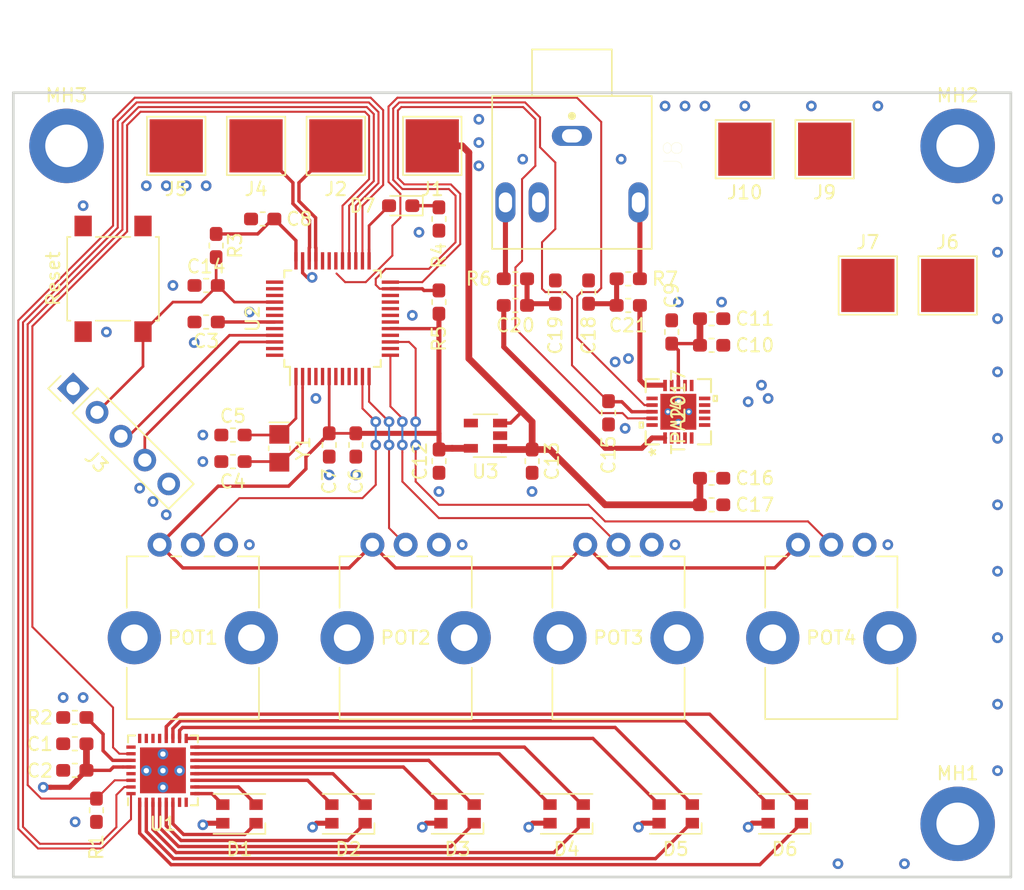
<source format=kicad_pcb>
(kicad_pcb (version 20171130) (host pcbnew "(5.0.0)")
  (layers (0 F.Cu signal) (31 B.Cu signal) (34 B.Paste user hide) (35 F.Paste user) (36 B.SilkS user hide) (37 F.SilkS user) (38 B.Mask user) (39 F.Mask user) (44 Edge.Cuts user))
  (net 0 "")
  (net 1 GND)
  (net 2 +3V3)
  (net 3 +5V)
  (net 4 /RESET')
  (net 5 "Net-(C18-Pad2)")
  (net 6 /OUTL+)
  (net 7 "Net-(C19-Pad2)")
  (net 8 /OUTR+)
  (net 9 /D1_R)
  (net 10 /D1_G)
  (net 11 /D5_G)
  (net 12 /D5_R)
  (net 13 /D2_R)
  (net 14 /D2_G)
  (net 15 /D6_R)
  (net 16 /D6_G)
  (net 17 /D3_G)
  (net 18 /D3_R)
  (net 19 /D4_R)
  (net 20 /D4_G)
  (net 21 /SWCLK)
  (net 22 /SWDIO)
  (net 23 /OUTR-)
  (net 24 /OUTL-)
  (net 25 /LED_OFF)
  (net 26 "Net-(R2-Pad2)")
  (net 27 /D1_B)
  (net 28 /D2_B)
  (net 29 /D3_B)
  (net 30 /D4_B)
  (net 31 /D5_B)
  (net 32 /D6_B)
  (net 33 "Net-(U1-Pad25)")
  (net 34 /LED_LATCH)
  (net 35 /LED_CLK)
  (net 36 /LED_DATA)
  (net 37 "Net-(U2-Pad3)")
  (net 38 "Net-(U2-Pad4)")
  (net 39 "Net-(U2-Pad9)")
  (net 40 "Net-(U2-Pad14)")
  (net 41 "Net-(U2-Pad22)")
  (net 42 "Net-(U2-Pad37)")
  (net 43 "Net-(U2-Pad38)")
  (net 44 "Net-(U2-Pad39)")
  (net 45 "Net-(U2-Pad41)")
  (net 46 "Net-(U2-Pad48)")
  (net 47 "Net-(U3-Pad4)")
  (net 48 "Net-(C3-Pad1)")
  (net 49 /USB_D-)
  (net 50 /USB_D+)
  (net 51 "Net-(C4-Pad2)")
  (net 52 "Net-(C5-Pad2)")
  (net 53 /EN)
  (net 54 /D2_LED)
  (net 55 "Net-(J8-Pad4)")
  (net 56 /INL+)
  (net 57 /INR+)
  (net 58 /VOL1)
  (net 59 /VOL2)
  (net 60 /VOL3)
  (net 61 /VOL4)
  (net 62 /SP_GC1)
  (net 63 "Net-(U2-Pad19)")
  (net 64 "Net-(U2-Pad20)")
  (net 65 "Net-(U2-Pad21)")
  (net 66 /SP_GC2)
  (net 67 "Net-(U2-Pad30)")
  (net 68 "Net-(U2-Pad31)")
  (net 69 "Net-(U2-Pad32)")
  (net 70 "Net-(U2-Pad47)")
  (net 71 GNDA)
  (net 72 "Net-(J8-Pad2)")
  (net 73 "Net-(J8-Pad3)")
  (net 74 "Net-(U2-Pad7)")
  (net 75 "Net-(U2-Pad8)")
  (net 76 "Net-(U2-Pad10)")
  (net 77 "Net-(D7-Pad1)")
  (net 78 "Net-(U1-Pad21)")
  (net 79 "Net-(U1-Pad22)")
  (net 80 "Net-(U1-Pad23)")
  (net 81 "Net-(U1-Pad24)")
  (net 82 "Net-(U1-Pad7)")
  (net 83 "Net-(U1-Pad8)")
  (module footprints:TPA2017D2RTJR (layer F.Cu) (at 162 91 90)
    (fp_text reference U4 (at 0 0 90) (layer F.SilkS))
    (fp_text value TPA2017 (at 0 0 90) (layer F.SilkS))
    (fp_text user * (at -3.035 -1.631 90) (layer F.SilkS))
    (fp_text user * (at -3.035 -1.631 90) (layer F.SilkS))
    (pad 1 smd rect (at -1.975 -1.000001 180) (size 0.28 0.85) (layers F.Cu F.Paste F.Mask) (net 56 /INL+))
    (pad 2 smd rect (at -1.975 -0.499999 180) (size 0.28 0.85) (layers F.Cu F.Paste F.Mask) (net 71 GNDA))
    (pad 3 smd rect (at -1.975 0 180) (size 0.28 0.85) (layers F.Cu F.Paste F.Mask) (net 71 GNDA))
    (pad 4 smd rect (at -1.975 0.499999 180) (size 0.28 0.85) (layers F.Cu F.Paste F.Mask) (net 3 +5V))
    (pad 5 smd rect (at -1.975 1.000001 180) (size 0.28 0.85) (layers F.Cu F.Paste F.Mask) (net 3 +5V))
    (pad 6 smd rect (at -1.000252 1.975 90) (size 0.28 0.85) (layers F.Cu F.Paste F.Mask) (net 6 /OUTL+))
    (pad 7 smd rect (at -0.500126 1.975 90) (size 0.28 0.85) (layers F.Cu F.Paste F.Mask) (net 24 /OUTL-))
    (pad 8 smd rect (at 0 1.975 90) (size 0.28 0.85) (layers F.Cu F.Paste F.Mask) (net 1 GND))
    (pad 9 smd rect (at 0.500126 1.975 90) (size 0.28 0.85) (layers F.Cu F.Paste F.Mask) (net 23 /OUTR-))
    (pad 10 smd rect (at 1.000252 1.975 90) (size 0.28 0.85) (layers F.Cu F.Paste F.Mask) (net 8 /OUTR+))
    (pad 11 smd rect (at 1.975 1.000001 180) (size 0.28 0.85) (layers F.Cu F.Paste F.Mask) (net 3 +5V))
    (pad 12 smd rect (at 1.975 0.499999 180) (size 0.28 0.85) (layers F.Cu F.Paste F.Mask) (net 3 +5V))
    (pad 13 smd rect (at 1.975 0 180) (size 0.28 0.85) (layers F.Cu F.Paste F.Mask) (net 3 +5V))
    (pad 14 smd rect (at 1.975 -0.499999 180) (size 0.28 0.85) (layers F.Cu F.Paste F.Mask) (net 71 GNDA))
    (pad 15 smd rect (at 1.975 -1.000001 180) (size 0.28 0.85) (layers F.Cu F.Paste F.Mask) (net 57 /INR+))
    (pad 16 smd rect (at 1.000252 -1.975 90) (size 0.28 0.85) (layers F.Cu F.Paste F.Mask) (net 1 GND))
    (pad 17 smd rect (at 0.500126 -1.975 90) (size 0.28 0.85) (layers F.Cu F.Paste F.Mask) (net 62 /SP_GC1))
    (pad 18 smd rect (at 0 -1.975 90) (size 0.28 0.85) (layers F.Cu F.Paste F.Mask) (net 53 /EN))
    (pad 19 smd rect (at -0.500126 -1.975 90) (size 0.28 0.85) (layers F.Cu F.Paste F.Mask) (net 66 /SP_GC2))
    (pad 20 smd rect (at -1.000252 -1.975 90) (size 0.28 0.85) (layers F.Cu F.Paste F.Mask) (net 1 GND))
    (pad 21 smd rect (at 0 0 90) (size 2.7 2.7) (layers F.Cu F.Paste F.Mask))
    (pad V thru_hole circle (at -0.7874 0 90) (size 0.508 0.508) (drill 0.254) (layers *.Cu *.Mask))
    (pad V thru_hole circle (at 0 0.7874 90) (size 0.508 0.508) (drill 0.254) (layers *.Cu *.Mask))
    (pad V thru_hole circle (at 0 -0.7874 90) (size 0.508 0.508) (drill 0.254) (layers *.Cu *.Mask))
    (pad V thru_hole circle (at 0.7874 0 90) (size 0.508 0.508) (drill 0.254) (layers *.Cu *.Mask))
  )
  (module LED_SMD:LED_Cree-PLCC4_3.2x2.8mm_CCW (layer F.Cu) (at 137.2 121.254156 180)
    (fp_text reference D2 (at 0 -2.65 180) (layer F.SilkS))
    (fp_text value LED_RGBA)
    (pad 2 smd rect (at -1.25 0.7 180) (size 1 0.8) (layers F.Cu F.Paste F.Mask) (net 14 /D2_G))
    (pad 3 smd rect (at 1.25 0.7 180) (size 1 0.8) (layers F.Cu F.Paste F.Mask) (net 28 /D2_B))
    (pad 4 smd rect (at 1.25 -0.7 180) (size 1 0.8) (layers F.Cu F.Paste F.Mask) (net 3 +5V))
    (pad 1 smd rect (at -1.25 -0.7 180) (size 1 0.8) (layers F.Cu F.Paste F.Mask) (net 13 /D2_R))
  )
  (module LED_SMD:LED_Cree-PLCC4_3.2x2.8mm_CCW (layer F.Cu) (at 129 121.254156 180)
    (fp_text reference D1 (at 0 -2.65 180) (layer F.SilkS))
    (fp_text value LED_RGBA)
    (pad 2 smd rect (at -1.25 0.7 180) (size 1 0.8) (layers F.Cu F.Paste F.Mask) (net 10 /D1_G))
    (pad 3 smd rect (at 1.25 0.7 180) (size 1 0.8) (layers F.Cu F.Paste F.Mask) (net 27 /D1_B))
    (pad 4 smd rect (at 1.25 -0.7 180) (size 1 0.8) (layers F.Cu F.Paste F.Mask) (net 3 +5V))
    (pad 1 smd rect (at -1.25 -0.7 180) (size 1 0.8) (layers F.Cu F.Paste F.Mask) (net 9 /D1_R))
  )
  (module "SJ1-3544 - Audio Jack:CUI_SJ1-3544" (layer F.Cu) (at 154 70.25 270)
    (fp_text reference J8 (at 1.44603 -7.62439 270) (layer F.SilkS) (effects (font (size 1.400992 1.400992) (thickness 0.015))))
    (fp_text value SJ1-3544)
    (pad 1 thru_hole oval (at 0 0 270) (size 1.508 3.016) (drill oval 1 1.5) (layers *.Cu *.Mask) (net 71 GNDA))
    (pad 2 thru_hole oval (at 5 5 270) (size 3.016 1.508) (drill oval 1.5 1) (layers *.Cu *.Mask) (net 72 "Net-(J8-Pad2)"))
    (pad 3 thru_hole oval (at 5 -5 270) (size 3.016 1.508) (drill oval 1.5 1) (layers *.Cu *.Mask) (net 73 "Net-(J8-Pad3)"))
    (pad None np_thru_hole circle (at 5 0 270) (size 1.6 1.6) (drill 1.6) (layers *.Cu *.Mask))
    (pad None np_thru_hole circle (at 0 5 270) (size 1.6 1.6) (drill 1.6) (layers *.Cu *.Mask))
    (pad None np_thru_hole circle (at 0 -5 270) (size 1.6 1.6) (drill 1.6) (layers *.Cu *.Mask))
    (pad 4 thru_hole oval (at 5 2.5 270) (size 3.016 1.508) (drill oval 1.5 1) (layers *.Cu *.Mask) (net 55 "Net-(J8-Pad4)"))
  )
  (module Capacitor_SMD:C_0603_1608Metric_Pad1.05x0.95mm_HandSolder (layer F.Cu) (at 116.625 117.977078)
    (fp_text reference C2 (at -2.625 0.022922) (layer F.SilkS))
    (fp_text value 1uF)
    (pad 1 smd roundrect (at -0.875 0) (size 1.05 0.95) (layers F.Cu F.Paste F.Mask) (net 1 GND))
    (pad 2 smd roundrect (at 0.875 0) (size 1.05 0.95) (layers F.Cu F.Paste F.Mask) (net 3 +5V))
  )
  (module Capacitor_SMD:C_0603_1608Metric_Pad1.05x0.95mm_HandSolder (layer F.Cu) (at 126.5 84.25 180)
    (fp_text reference C3 (at 0 -1.43 180) (layer F.SilkS))
    (fp_text value 1uF)
    (pad 1 smd roundrect (at -0.875 0 180) (size 1.05 0.95) (layers F.Cu F.Paste F.Mask) (net 48 "Net-(C3-Pad1)"))
    (pad 2 smd roundrect (at 0.875 0 180) (size 1.05 0.95) (layers F.Cu F.Paste F.Mask) (net 1 GND))
  )
  (module Capacitor_SMD:C_0603_1608Metric_Pad1.05x0.95mm_HandSolder (layer F.Cu) (at 137.75 93.5 270)
    (fp_text reference C6 (at 2.75 0 270) (layer F.SilkS))
    (fp_text value 0.1uF)
    (pad 1 smd roundrect (at -0.875 0 270) (size 1.05 0.95) (layers F.Cu F.Paste F.Mask) (net 2 +3V3))
    (pad 2 smd roundrect (at 0.875 0 270) (size 1.05 0.95) (layers F.Cu F.Paste F.Mask) (net 1 GND))
  )
  (module Capacitor_SMD:C_0603_1608Metric_Pad1.05x0.95mm_HandSolder (layer F.Cu) (at 135.75 93.5 270)
    (fp_text reference C7 (at 2.75 0 270) (layer F.SilkS))
    (fp_text value 1uF)
    (pad 1 smd roundrect (at -0.875 0 270) (size 1.05 0.95) (layers F.Cu F.Paste F.Mask) (net 2 +3V3))
    (pad 2 smd roundrect (at 0.875 0 270) (size 1.05 0.95) (layers F.Cu F.Paste F.Mask) (net 1 GND))
  )
  (module Capacitor_SMD:C_0603_1608Metric_Pad1.05x0.95mm_HandSolder (layer F.Cu) (at 155.25 82 270)
    (fp_text reference C18 (at 3.25 0 270) (layer F.SilkS))
    (fp_text value 0.047uF)
    (pad 1 smd roundrect (at -0.875 0 270) (size 1.05 0.95) (layers F.Cu F.Paste F.Mask) (net 71 GNDA))
    (pad 2 smd roundrect (at 0.875 0 270) (size 1.05 0.95) (layers F.Cu F.Paste F.Mask) (net 5 "Net-(C18-Pad2)"))
  )
  (module Capacitor_SMD:C_0603_1608Metric_Pad1.05x0.95mm_HandSolder (layer F.Cu) (at 152.75 82 270)
    (fp_text reference C19 (at 3.25 0 270) (layer F.SilkS))
    (fp_text value 0.047uF)
    (pad 2 smd roundrect (at 0.875 0 270) (size 1.05 0.95) (layers F.Cu F.Paste F.Mask) (net 7 "Net-(C19-Pad2)"))
    (pad 1 smd roundrect (at -0.875 0 270) (size 1.05 0.95) (layers F.Cu F.Paste F.Mask) (net 71 GNDA))
  )
  (module Capacitor_SMD:C_0603_1608Metric_Pad1.05x0.95mm_HandSolder (layer F.Cu) (at 144.007233 94.716117 90)
    (fp_text reference C12 (at 0 -1.43 90) (layer F.SilkS))
    (fp_text value 1uF)
    (pad 2 smd roundrect (at 0.875 0 90) (size 1.05 0.95) (layers F.Cu F.Paste F.Mask) (net 2 +3V3))
    (pad 1 smd roundrect (at -0.875 0 90) (size 1.05 0.95) (layers F.Cu F.Paste F.Mask) (net 1 GND))
  )
  (module Capacitor_SMD:C_0603_1608Metric_Pad1.05x0.95mm_HandSolder (layer F.Cu) (at 151.007233 94.716117 90)
    (fp_text reference C13 (at 0 1.492767 90) (layer F.SilkS))
    (fp_text value 1uF)
    (pad 1 smd roundrect (at -0.875 0 90) (size 1.05 0.95) (layers F.Cu F.Paste F.Mask) (net 1 GND))
    (pad 2 smd roundrect (at 0.875 0 90) (size 1.05 0.95) (layers F.Cu F.Paste F.Mask) (net 3 +5V))
  )
  (module LED_SMD:LED_0603_1608Metric_Pad1.05x0.95mm_HandSolder (layer F.Cu) (at 141.125 75.5 180)
    (fp_text reference D7 (at 2.875 0 180) (layer F.SilkS))
    (fp_text value LED)
    (pad 1 smd roundrect (at -0.875 0 180) (size 1.05 0.95) (layers F.Cu F.Paste F.Mask) (net 77 "Net-(D7-Pad1)"))
    (pad 2 smd roundrect (at 0.875 0 180) (size 1.05 0.95) (layers F.Cu F.Paste F.Mask) (net 54 /D2_LED))
  )
  (module TestPoint:TestPoint_Pad_4.0x4.0mm (layer F.Cu) (at 143.5 71 180)
    (fp_text reference J1 (at 0 -3.25 180) (layer F.SilkS))
    (fp_text value Conn_01x01_Male)
    (pad 1 smd rect (at 0 0 180) (size 4 4) (layers F.Cu F.Mask) (net 3 +5V))
  )
  (module TestPoint:TestPoint_Pad_4.0x4.0mm (layer F.Cu) (at 136.25 71 180)
    (fp_text reference J2 (at 0 -3.25 180) (layer F.SilkS))
    (fp_text value Conn_01x01_Male)
    (pad 1 smd rect (at 0 0 180) (size 4 4) (layers F.Cu F.Mask) (net 49 /USB_D-))
  )
  (module Connector_PinHeader_2.54mm:PinHeader_1x05_P2.54mm_Vertical (layer F.Cu) (at 116.5 89.25 45)
    (fp_text reference J3 (at -2.65165 5.126524 135) (layer F.SilkS))
    (fp_text value Conn_01x05)
    (pad 1 thru_hole rect (at 0 0 45) (size 1.7 1.7) (drill 1) (layers *.Cu *.Mask) (net 3 +5V))
    (pad 2 thru_hole oval (at 0 2.54 45) (size 1.7 1.7) (drill 1) (layers *.Cu *.Mask) (net 4 /RESET'))
    (pad 3 thru_hole oval (at 0 5.079999 45) (size 1.7 1.7) (drill 1) (layers *.Cu *.Mask) (net 21 /SWCLK))
    (pad 4 thru_hole oval (at 0 7.62 45) (size 1.7 1.7) (drill 1) (layers *.Cu *.Mask) (net 22 /SWDIO))
    (pad 5 thru_hole oval (at 0 10.16 45) (size 1.7 1.7) (drill 1) (layers *.Cu *.Mask) (net 1 GND))
  )
  (module TestPoint:TestPoint_Pad_4.0x4.0mm (layer F.Cu) (at 130.25 71 180)
    (fp_text reference J4 (at 0 -3.25 180) (layer F.SilkS))
    (fp_text value Conn_01x01_Male)
    (pad 1 smd rect (at 0 0 180) (size 4 4) (layers F.Cu F.Mask) (net 50 /USB_D+))
  )
  (module TestPoint:TestPoint_Pad_4.0x4.0mm (layer F.Cu) (at 124.25 71 180)
    (fp_text reference J5 (at 0 -3.25 180) (layer F.SilkS))
    (fp_text value Conn_01x01_Male)
    (pad 1 smd rect (at 0 0 180) (size 4 4) (layers F.Cu F.Mask) (net 1 GND))
  )
  (module TestPoint:TestPoint_Pad_4.0x4.0mm (layer F.Cu) (at 182.25 81.5)
    (fp_text reference J6 (at 0 -3.25) (layer F.SilkS))
    (fp_text value Conn_01x01_Male)
    (pad 1 smd rect (at 0 0) (size 4 4) (layers F.Cu F.Mask) (net 6 /OUTL+))
  )
  (module TestPoint:TestPoint_Pad_4.0x4.0mm (layer F.Cu) (at 176.25 81.5)
    (fp_text reference J7 (at 0 -3.25) (layer F.SilkS))
    (fp_text value Conn_01x01_Male)
    (pad 1 smd rect (at 0 0) (size 4 4) (layers F.Cu F.Mask) (net 24 /OUTL-))
  )
  (module TestPoint:TestPoint_Pad_4.0x4.0mm (layer F.Cu) (at 173 71.25)
    (fp_text reference J9 (at 0 3.25) (layer F.SilkS))
    (fp_text value Conn_01x01_Male)
    (pad 1 smd rect (at 0 0) (size 4 4) (layers F.Cu F.Mask) (net 23 /OUTR-))
  )
  (module TestPoint:TestPoint_Pad_4.0x4.0mm (layer F.Cu) (at 167 71.25)
    (fp_text reference J10 (at 0 3.25) (layer F.SilkS))
    (fp_text value Conn_01x01_Male)
    (pad 1 smd rect (at 0 0) (size 4 4) (layers F.Cu F.Mask) (net 8 /OUTR+))
  )
  (module Button_Switch_SMD:SW_SPST_B3S-1000 (layer F.Cu) (at 119.5 81 90)
    (fp_text reference Reset (at 0 -4.5 90) (layer F.SilkS))
    (fp_text value SW_Push)
    (pad 1 smd rect (at -3.975 -2.25 90) (size 1.55 1.3) (layers F.Cu F.Paste F.Mask) (net 1 GND))
    (pad 1 smd rect (at 3.975 -2.25 90) (size 1.55 1.3) (layers F.Cu F.Paste F.Mask) (net 1 GND))
    (pad 2 smd rect (at -3.975 2.25 90) (size 1.55 1.3) (layers F.Cu F.Paste F.Mask) (net 4 /RESET'))
    (pad 2 smd rect (at 3.975 2.25 90) (size 1.55 1.3) (layers F.Cu F.Paste F.Mask) (net 4 /RESET'))
  )
  (module Package_QFP:TQFP-48_7x7mm_P0.5mm (layer F.Cu) (at 136 84 90)
    (fp_text reference U2 (at 0 -6 90) (layer F.SilkS))
    (fp_text value ATSAMD21G18A-A)
    (pad 1 smd rect (at -4.35 -2.75 90) (size 1.3 0.25) (layers F.Cu F.Paste F.Mask) (net 52 "Net-(C5-Pad2)"))
    (pad 2 smd rect (at -4.35 -2.25 90) (size 1.3 0.25) (layers F.Cu F.Paste F.Mask) (net 51 "Net-(C4-Pad2)"))
    (pad 3 smd rect (at -4.35 -1.75 90) (size 1.3 0.25) (layers F.Cu F.Paste F.Mask) (net 37 "Net-(U2-Pad3)"))
    (pad 4 smd rect (at -4.35 -1.25 90) (size 1.3 0.25) (layers F.Cu F.Paste F.Mask) (net 38 "Net-(U2-Pad4)"))
    (pad 5 smd rect (at -4.35 -0.75 90) (size 1.3 0.25) (layers F.Cu F.Paste F.Mask) (net 1 GND))
    (pad 6 smd rect (at -4.35 -0.25 90) (size 1.3 0.25) (layers F.Cu F.Paste F.Mask) (net 2 +3V3))
    (pad 7 smd rect (at -4.35 0.25 90) (size 1.3 0.25) (layers F.Cu F.Paste F.Mask) (net 74 "Net-(U2-Pad7)"))
    (pad 8 smd rect (at -4.35 0.75 90) (size 1.3 0.25) (layers F.Cu F.Paste F.Mask) (net 75 "Net-(U2-Pad8)"))
    (pad 9 smd rect (at -4.35 1.25 90) (size 1.3 0.25) (layers F.Cu F.Paste F.Mask) (net 39 "Net-(U2-Pad9)"))
    (pad 10 smd rect (at -4.35 1.75 90) (size 1.3 0.25) (layers F.Cu F.Paste F.Mask) (net 76 "Net-(U2-Pad10)"))
    (pad 11 smd rect (at -4.35 2.25 90) (size 1.3 0.25) (layers F.Cu F.Paste F.Mask) (net 58 /VOL1))
    (pad 12 smd rect (at -4.35 2.75 90) (size 1.3 0.25) (layers F.Cu F.Paste F.Mask) (net 59 /VOL2))
    (pad 13 smd rect (at -2.75 4.35 180) (size 1.3 0.25) (layers F.Cu F.Paste F.Mask) (net 60 /VOL3))
    (pad 14 smd rect (at -2.25 4.35 180) (size 1.3 0.25) (layers F.Cu F.Paste F.Mask) (net 40 "Net-(U2-Pad14)"))
    (pad 15 smd rect (at -1.75 4.35 180) (size 1.3 0.25) (layers F.Cu F.Paste F.Mask) (net 61 /VOL4))
    (pad 16 smd rect (at -1.25 4.35 180) (size 1.3 0.25) (layers F.Cu F.Paste F.Mask) (net 62 /SP_GC1))
    (pad 17 smd rect (at -0.75 4.35 180) (size 1.3 0.25) (layers F.Cu F.Paste F.Mask) (net 2 +3V3))
    (pad 18 smd rect (at -0.25 4.35 180) (size 1.3 0.25) (layers F.Cu F.Paste F.Mask) (net 1 GND))
    (pad 19 smd rect (at 0.25 4.35 180) (size 1.3 0.25) (layers F.Cu F.Paste F.Mask) (net 63 "Net-(U2-Pad19)"))
    (pad 20 smd rect (at 0.75 4.35 180) (size 1.3 0.25) (layers F.Cu F.Paste F.Mask) (net 64 "Net-(U2-Pad20)"))
    (pad 21 smd rect (at 1.25 4.35 180) (size 1.3 0.25) (layers F.Cu F.Paste F.Mask) (net 65 "Net-(U2-Pad21)"))
    (pad 22 smd rect (at 1.75 4.35 180) (size 1.3 0.25) (layers F.Cu F.Paste F.Mask) (net 41 "Net-(U2-Pad22)"))
    (pad 23 smd rect (at 2.25 4.35 180) (size 1.3 0.25) (layers F.Cu F.Paste F.Mask) (net 53 /EN))
    (pad 24 smd rect (at 2.75 4.35 180) (size 1.3 0.25) (layers F.Cu F.Paste F.Mask) (net 66 /SP_GC2))
    (pad 25 smd rect (at 4.35 2.75 90) (size 1.3 0.25) (layers F.Cu F.Paste F.Mask) (net 54 /D2_LED))
    (pad 26 smd rect (at 4.35 2.25 90) (size 1.3 0.25) (layers F.Cu F.Paste F.Mask) (net 36 /LED_DATA))
    (pad 27 smd rect (at 4.35 1.75 90) (size 1.3 0.25) (layers F.Cu F.Paste F.Mask) (net 35 /LED_CLK))
    (pad 28 smd rect (at 4.35 1.25 90) (size 1.3 0.25) (layers F.Cu F.Paste F.Mask) (net 25 /LED_OFF))
    (pad 29 smd rect (at 4.35 0.75 90) (size 1.3 0.25) (layers F.Cu F.Paste F.Mask) (net 34 /LED_LATCH))
    (pad 30 smd rect (at 4.35 0.25 90) (size 1.3 0.25) (layers F.Cu F.Paste F.Mask) (net 67 "Net-(U2-Pad30)"))
    (pad 31 smd rect (at 4.35 -0.25 90) (size 1.3 0.25) (layers F.Cu F.Paste F.Mask) (net 68 "Net-(U2-Pad31)"))
    (pad 32 smd rect (at 4.35 -0.75 90) (size 1.3 0.25) (layers F.Cu F.Paste F.Mask) (net 69 "Net-(U2-Pad32)"))
    (pad 33 smd rect (at 4.35 -1.25 90) (size 1.3 0.25) (layers F.Cu F.Paste F.Mask) (net 49 /USB_D-))
    (pad 34 smd rect (at 4.35 -1.75 90) (size 1.3 0.25) (layers F.Cu F.Paste F.Mask) (net 50 /USB_D+))
    (pad 35 smd rect (at 4.35 -2.25 90) (size 1.3 0.25) (layers F.Cu F.Paste F.Mask) (net 1 GND))
    (pad 36 smd rect (at 4.35 -2.75 90) (size 1.3 0.25) (layers F.Cu F.Paste F.Mask) (net 2 +3V3))
    (pad 37 smd rect (at 2.75 -4.35 180) (size 1.3 0.25) (layers F.Cu F.Paste F.Mask) (net 42 "Net-(U2-Pad37)"))
    (pad 38 smd rect (at 2.25 -4.35 180) (size 1.3 0.25) (layers F.Cu F.Paste F.Mask) (net 43 "Net-(U2-Pad38)"))
    (pad 39 smd rect (at 1.75 -4.35 180) (size 1.3 0.25) (layers F.Cu F.Paste F.Mask) (net 44 "Net-(U2-Pad39)"))
    (pad 40 smd rect (at 1.25 -4.35 180) (size 1.3 0.25) (layers F.Cu F.Paste F.Mask) (net 4 /RESET'))
    (pad 41 smd rect (at 0.75 -4.35 180) (size 1.3 0.25) (layers F.Cu F.Paste F.Mask) (net 45 "Net-(U2-Pad41)"))
    (pad 42 smd rect (at 0.25 -4.35 180) (size 1.3 0.25) (layers F.Cu F.Paste F.Mask) (net 1 GND))
    (pad 43 smd rect (at -0.25 -4.35 180) (size 1.3 0.25) (layers F.Cu F.Paste F.Mask) (net 48 "Net-(C3-Pad1)"))
    (pad 44 smd rect (at -0.75 -4.35 180) (size 1.3 0.25) (layers F.Cu F.Paste F.Mask) (net 2 +3V3))
    (pad 45 smd rect (at -1.25 -4.35 180) (size 1.3 0.25) (layers F.Cu F.Paste F.Mask) (net 21 /SWCLK))
    (pad 46 smd rect (at -1.75 -4.35 180) (size 1.3 0.25) (layers F.Cu F.Paste F.Mask) (net 22 /SWDIO))
    (pad 47 smd rect (at -2.25 -4.35 180) (size 1.3 0.25) (layers F.Cu F.Paste F.Mask) (net 70 "Net-(U2-Pad47)"))
    (pad 48 smd rect (at -2.75 -4.35 180) (size 1.3 0.25) (layers F.Cu F.Paste F.Mask) (net 46 "Net-(U2-Pad48)"))
  )
  (module Package_TO_SOT_SMD:SOT-23-5 (layer F.Cu) (at 147.5 92.801116 180)
    (fp_text reference U3 (at 0 -2.698884 180) (layer F.SilkS))
    (fp_text value AP2127K-3.3)
    (pad 1 smd rect (at -1.1 -0.95 180) (size 1.06 0.65) (layers F.Cu F.Paste F.Mask) (net 3 +5V))
    (pad 2 smd rect (at -1.1 0 180) (size 1.06 0.65) (layers F.Cu F.Paste F.Mask) (net 1 GND))
    (pad 3 smd rect (at -1.1 0.95 180) (size 1.06 0.65) (layers F.Cu F.Paste F.Mask) (net 3 +5V))
    (pad 4 smd rect (at 1.1 0.95 180) (size 1.06 0.65) (layers F.Cu F.Paste F.Mask) (net 47 "Net-(U3-Pad4)"))
    (pad 5 smd rect (at 1.1 -0.95 180) (size 1.06 0.65) (layers F.Cu F.Paste F.Mask) (net 2 +3V3))
  )
  (module Crystal:Crystal_SMD_MicroCrystal_CC8V-T1A-2Pin_2.0x1.2mm_HandSoldering (layer F.Cu) (at 132 93.75 270)
    (fp_text reference Y1 (at 0 -1.8 270) (layer F.SilkS))
    (fp_text value 32.768kHz)
    (pad 1 smd rect (at -1.05 0 270) (size 1.4 1.5) (layers F.Cu F.Paste F.Mask) (net 52 "Net-(C5-Pad2)"))
    (pad 2 smd rect (at 1.05 0 270) (size 1.4 1.5) (layers F.Cu F.Paste F.Mask) (net 51 "Net-(C4-Pad2)"))
  )
  (module MountingHole:MountingHole_3.2mm_M3_DIN965_Pad (layer F.Cu) (at 183 122)
    (fp_text reference MH1 (at 0 -3.8) (layer F.SilkS))
    (fp_text value MountingHole)
    (pad 1 thru_hole circle (at 0 0) (size 5.6 5.6) (drill 3.2) (layers *.Cu *.Mask))
  )
  (module MountingHole:MountingHole_3.2mm_M3_DIN965_Pad (layer F.Cu) (at 183 71)
    (fp_text reference MH2 (at 0 -3.8) (layer F.SilkS))
    (fp_text value MountingHole)
    (pad 1 thru_hole circle (at 0 0) (size 5.6 5.6) (drill 3.2) (layers *.Cu *.Mask))
  )
  (module MountingHole:MountingHole_3.2mm_M3_DIN965_Pad (layer F.Cu) (at 116 71)
    (fp_text reference MH3 (at 0 -3.8) (layer F.SilkS))
    (fp_text value MountingHole)
    (pad 1 thru_hole circle (at 0 0) (size 5.6 5.6) (drill 3.2) (layers *.Cu *.Mask))
  )
  (module Capacitor_SMD:C_0603_1608Metric_Pad1.05x0.95mm_HandSolder (layer F.Cu) (at 116.625 115.977078 180)
    (fp_text reference C1 (at 2.625 -0.022922 180) (layer F.SilkS))
    (fp_text value 0.1uF)
    (pad 1 smd roundrect (at -0.875 0 180) (size 1.05 0.95) (layers F.Cu F.Paste F.Mask) (net 3 +5V))
    (pad 2 smd roundrect (at 0.875 0 180) (size 1.05 0.95) (layers F.Cu F.Paste F.Mask) (net 1 GND))
  )
  (module Capacitor_SMD:C_0603_1608Metric_Pad1.05x0.95mm_HandSolder (layer F.Cu) (at 128.515 94.75)
    (fp_text reference C4 (at -0.015 1.5) (layer F.SilkS))
    (fp_text value 22pF)
    (pad 1 smd roundrect (at -0.875 0) (size 1.05 0.95) (layers F.Cu F.Paste F.Mask) (net 1 GND))
    (pad 2 smd roundrect (at 0.875 0) (size 1.05 0.95) (layers F.Cu F.Paste F.Mask) (net 51 "Net-(C4-Pad2)"))
  )
  (module Capacitor_SMD:C_0603_1608Metric_Pad1.05x0.95mm_HandSolder (layer F.Cu) (at 128.515 92.75)
    (fp_text reference C5 (at 0 -1.43) (layer F.SilkS))
    (fp_text value 22pF)
    (pad 2 smd roundrect (at 0.875 0) (size 1.05 0.95) (layers F.Cu F.Paste F.Mask) (net 52 "Net-(C5-Pad2)"))
    (pad 1 smd roundrect (at -0.875 0) (size 1.05 0.95) (layers F.Cu F.Paste F.Mask) (net 1 GND))
  )
  (module Capacitor_SMD:C_0603_1608Metric_Pad1.05x0.95mm_HandSolder (layer F.Cu) (at 130.75 76.5)
    (fp_text reference C8 (at 2.75 0) (layer F.SilkS))
    (fp_text value 0.1uF)
    (pad 2 smd roundrect (at 0.875 0) (size 1.05 0.95) (layers F.Cu F.Paste F.Mask) (net 2 +3V3))
    (pad 1 smd roundrect (at -0.875 0) (size 1.05 0.95) (layers F.Cu F.Paste F.Mask) (net 1 GND))
  )
  (module Capacitor_SMD:C_0603_1608Metric_Pad1.05x0.95mm_HandSolder (layer F.Cu) (at 161.5 85 90)
    (fp_text reference C9 (at 2.75 0 90) (layer F.SilkS))
    (fp_text value 0.1uF)
    (pad 1 smd roundrect (at -0.875 0 90) (size 1.05 0.95) (layers F.Cu F.Paste F.Mask) (net 3 +5V))
    (pad 2 smd roundrect (at 0.875 0 90) (size 1.05 0.95) (layers F.Cu F.Paste F.Mask) (net 1 GND))
  )
  (module Capacitor_SMD:C_0603_1608Metric_Pad1.05x0.95mm_HandSolder (layer F.Cu) (at 164.5 86)
    (fp_text reference C10 (at 3.25 0) (layer F.SilkS))
    (fp_text value 0.1uF)
    (pad 2 smd roundrect (at 0.875 0) (size 1.05 0.95) (layers F.Cu F.Paste F.Mask) (net 1 GND))
    (pad 1 smd roundrect (at -0.875 0) (size 1.05 0.95) (layers F.Cu F.Paste F.Mask) (net 3 +5V))
  )
  (module Capacitor_SMD:C_0603_1608Metric_Pad1.05x0.95mm_HandSolder (layer F.Cu) (at 164.5 84)
    (fp_text reference C11 (at 3.25 0) (layer F.SilkS))
    (fp_text value 1uF)
    (pad 1 smd roundrect (at -0.875 0) (size 1.05 0.95) (layers F.Cu F.Paste F.Mask) (net 3 +5V))
    (pad 2 smd roundrect (at 0.875 0) (size 1.05 0.95) (layers F.Cu F.Paste F.Mask) (net 1 GND))
  )
  (module Capacitor_SMD:C_0603_1608Metric_Pad1.05x0.95mm_HandSolder (layer F.Cu) (at 126.5 81.5)
    (fp_text reference C14 (at 0 -1.43) (layer F.SilkS))
    (fp_text value 0.1uF)
    (pad 1 smd roundrect (at -0.875 0) (size 1.05 0.95) (layers F.Cu F.Paste F.Mask) (net 1 GND))
    (pad 2 smd roundrect (at 0.875 0) (size 1.05 0.95) (layers F.Cu F.Paste F.Mask) (net 4 /RESET'))
  )
  (module Capacitor_SMD:C_0603_1608Metric_Pad1.05x0.95mm_HandSolder (layer F.Cu) (at 156.75 91.081076 270)
    (fp_text reference C15 (at 3.168924 0 270) (layer F.SilkS))
    (fp_text value 0.1uF)
    (pad 2 smd roundrect (at 0.875 0 270) (size 1.05 0.95) (layers F.Cu F.Paste F.Mask) (net 1 GND))
    (pad 1 smd roundrect (at -0.875 0 270) (size 1.05 0.95) (layers F.Cu F.Paste F.Mask) (net 53 /EN))
  )
  (module Capacitor_SMD:C_0603_1608Metric_Pad1.05x0.95mm_HandSolder (layer F.Cu) (at 164.5 96)
    (fp_text reference C16 (at 3.25 0) (layer F.SilkS))
    (fp_text value 0.1uF)
    (pad 2 smd roundrect (at 0.875 0) (size 1.05 0.95) (layers F.Cu F.Paste F.Mask) (net 1 GND))
    (pad 1 smd roundrect (at -0.875 0) (size 1.05 0.95) (layers F.Cu F.Paste F.Mask) (net 3 +5V))
  )
  (module Capacitor_SMD:C_0603_1608Metric_Pad1.05x0.95mm_HandSolder (layer F.Cu) (at 164.5 98)
    (fp_text reference C17 (at 3.25 0) (layer F.SilkS))
    (fp_text value 1uF)
    (pad 1 smd roundrect (at -0.875 0) (size 1.05 0.95) (layers F.Cu F.Paste F.Mask) (net 3 +5V))
    (pad 2 smd roundrect (at 0.875 0) (size 1.05 0.95) (layers F.Cu F.Paste F.Mask) (net 1 GND))
  )
  (module Resistor_SMD:R_0603_1608Metric_Pad1.05x0.95mm_HandSolder (layer F.Cu) (at 118.25 120.977078 90)
    (fp_text reference R1 (at -2.772922 0 90) (layer F.SilkS))
    (fp_text value 10k)
    (pad 1 smd roundrect (at -0.875 0 90) (size 1.05 0.95) (layers F.Cu F.Paste F.Mask) (net 1 GND))
    (pad 2 smd roundrect (at 0.875 0 90) (size 1.05 0.95) (layers F.Cu F.Paste F.Mask) (net 25 /LED_OFF))
  )
  (module Resistor_SMD:R_0603_1608Metric_Pad1.05x0.95mm_HandSolder (layer F.Cu) (at 116.625 114)
    (fp_text reference R2 (at -2.625 0) (layer F.SilkS))
    (fp_text value 3.3k)
    (pad 2 smd roundrect (at 0.875 0) (size 1.05 0.95) (layers F.Cu F.Paste F.Mask) (net 26 "Net-(R2-Pad2)"))
    (pad 1 smd roundrect (at -0.875 0) (size 1.05 0.95) (layers F.Cu F.Paste F.Mask) (net 1 GND))
  )
  (module Resistor_SMD:R_0603_1608Metric_Pad1.05x0.95mm_HandSolder (layer F.Cu) (at 127.25 78.5 270)
    (fp_text reference R3 (at 0 -1.43 270) (layer F.SilkS))
    (fp_text value 10k)
    (pad 1 smd roundrect (at -0.875 0 270) (size 1.05 0.95) (layers F.Cu F.Paste F.Mask) (net 2 +3V3))
    (pad 2 smd roundrect (at 0.875 0 270) (size 1.05 0.95) (layers F.Cu F.Paste F.Mask) (net 4 /RESET'))
  )
  (module Resistor_SMD:R_0603_1608Metric_Pad1.05x0.95mm_HandSolder (layer F.Cu) (at 144 76.5 270)
    (fp_text reference R4 (at 2.75 0 270) (layer F.SilkS))
    (fp_text value 2.2k)
    (pad 2 smd roundrect (at 0.875 0 270) (size 1.05 0.95) (layers F.Cu F.Paste F.Mask) (net 1 GND))
    (pad 1 smd roundrect (at -0.875 0 270) (size 1.05 0.95) (layers F.Cu F.Paste F.Mask) (net 77 "Net-(D7-Pad1)"))
  )
  (module Resistor_SMD:R_0603_1608Metric_Pad1.05x0.95mm_HandSolder (layer F.Cu) (at 144 82.75 270)
    (fp_text reference R5 (at 2.75 0 270) (layer F.SilkS))
    (fp_text value 100k)
    (pad 1 smd roundrect (at -0.875 0 270) (size 1.05 0.95) (layers F.Cu F.Paste F.Mask) (net 53 /EN))
    (pad 2 smd roundrect (at 0.875 0 270) (size 1.05 0.95) (layers F.Cu F.Paste F.Mask) (net 2 +3V3))
  )
  (module Resistor_SMD:R_0603_1608Metric_Pad1.05x0.95mm_HandSolder (layer F.Cu) (at 149.75 81)
    (fp_text reference R6 (at -2.75 0) (layer F.SilkS))
    (fp_text value 100)
    (pad 1 smd roundrect (at -0.875 0) (size 1.05 0.95) (layers F.Cu F.Paste F.Mask) (net 72 "Net-(J8-Pad2)"))
    (pad 2 smd roundrect (at 0.875 0) (size 1.05 0.95) (layers F.Cu F.Paste F.Mask) (net 7 "Net-(C19-Pad2)"))
  )
  (module Resistor_SMD:R_0603_1608Metric_Pad1.05x0.95mm_HandSolder (layer F.Cu) (at 158.234477 81 180)
    (fp_text reference R7 (at -2.765523 0 180) (layer F.SilkS))
    (fp_text value 100)
    (pad 2 smd roundrect (at 0.875 0 180) (size 1.05 0.95) (layers F.Cu F.Paste F.Mask) (net 5 "Net-(C18-Pad2)"))
    (pad 1 smd roundrect (at -0.875 0 180) (size 1.05 0.95) (layers F.Cu F.Paste F.Mask) (net 73 "Net-(J8-Pad3)"))
  )
  (module "Potentiometer - PTV09A-4020F-B203:Potentiometer_Bourns_PTV09A-1_Single_Vertical" (layer F.Cu) (at 123 101 270)
    (fp_text reference POT1 (at 7 -2.5) (layer F.SilkS))
    (fp_text value R_POT_US)
    (pad 3 thru_hole circle (at 0 -5 270) (size 1.8 1.8) (drill 1) (layers *.Cu *.Mask) (net 1 GND))
    (pad 2 thru_hole circle (at 0 -2.5 270) (size 1.8 1.8) (drill 1) (layers *.Cu *.Mask) (net 58 /VOL1))
    (pad 1 thru_hole circle (at 0 0 270) (size 1.8 1.8) (drill 1) (layers *.Cu *.Mask) (net 2 +3V3))
    (pad "" np_thru_hole circle (at 7 -6.9 270) (size 4 4) (drill 2) (layers *.Cu *.Mask))
    (pad "" np_thru_hole circle (at 7 1.9 270) (size 4 4) (drill 2) (layers *.Cu *.Mask))
  )
  (module "Potentiometer - PTV09A-4020F-B203:Potentiometer_Bourns_PTV09A-1_Single_Vertical" (layer F.Cu) (at 139 101 270)
    (fp_text reference POT2 (at 7 -2.5) (layer F.SilkS))
    (fp_text value R_POT_US)
    (pad "" np_thru_hole circle (at 7 1.9 270) (size 4 4) (drill 2) (layers *.Cu *.Mask))
    (pad "" np_thru_hole circle (at 7 -6.9 270) (size 4 4) (drill 2) (layers *.Cu *.Mask))
    (pad 1 thru_hole circle (at 0 0 270) (size 1.8 1.8) (drill 1) (layers *.Cu *.Mask) (net 2 +3V3))
    (pad 2 thru_hole circle (at 0 -2.5 270) (size 1.8 1.8) (drill 1) (layers *.Cu *.Mask) (net 59 /VOL2))
    (pad 3 thru_hole circle (at 0 -5 270) (size 1.8 1.8) (drill 1) (layers *.Cu *.Mask) (net 1 GND))
  )
  (module "Potentiometer - PTV09A-4020F-B203:Potentiometer_Bourns_PTV09A-1_Single_Vertical" (layer F.Cu) (at 155 101 270)
    (fp_text reference POT3 (at 7 -2.5) (layer F.SilkS))
    (fp_text value R_POT_US)
    (pad 3 thru_hole circle (at 0 -5 270) (size 1.8 1.8) (drill 1) (layers *.Cu *.Mask) (net 1 GND))
    (pad 2 thru_hole circle (at 0 -2.5 270) (size 1.8 1.8) (drill 1) (layers *.Cu *.Mask) (net 60 /VOL3))
    (pad 1 thru_hole circle (at 0 0 270) (size 1.8 1.8) (drill 1) (layers *.Cu *.Mask) (net 2 +3V3))
    (pad "" np_thru_hole circle (at 7 -6.9 270) (size 4 4) (drill 2) (layers *.Cu *.Mask))
    (pad "" np_thru_hole circle (at 7 1.9 270) (size 4 4) (drill 2) (layers *.Cu *.Mask))
  )
  (module "Potentiometer - PTV09A-4020F-B203:Potentiometer_Bourns_PTV09A-1_Single_Vertical" (layer F.Cu) (at 171 101 270)
    (fp_text reference POT4 (at 7 -2.5) (layer F.SilkS))
    (fp_text value R_POT_US)
    (pad "" np_thru_hole circle (at 7 1.9 270) (size 4 4) (drill 2) (layers *.Cu *.Mask))
    (pad "" np_thru_hole circle (at 7 -6.9 270) (size 4 4) (drill 2) (layers *.Cu *.Mask))
    (pad 1 thru_hole circle (at 0 0 270) (size 1.8 1.8) (drill 1) (layers *.Cu *.Mask) (net 2 +3V3))
    (pad 2 thru_hole circle (at 0 -2.5 270) (size 1.8 1.8) (drill 1) (layers *.Cu *.Mask) (net 61 /VOL4))
    (pad 3 thru_hole circle (at 0 -5 270) (size 1.8 1.8) (drill 1) (layers *.Cu *.Mask) (net 1 GND))
  )
  (module Capacitor_SMD:C_0603_1608Metric_Pad1.05x0.95mm_HandSolder (layer F.Cu) (at 149.75 83)
    (fp_text reference C20 (at 0 1.5) (layer F.SilkS))
    (fp_text value 1uF)
    (pad 1 smd roundrect (at -0.875 0) (size 1.05 0.95) (layers F.Cu F.Paste F.Mask) (net 56 /INL+))
    (pad 2 smd roundrect (at 0.875 0) (size 1.05 0.95) (layers F.Cu F.Paste F.Mask) (net 7 "Net-(C19-Pad2)"))
  )
  (module Capacitor_SMD:C_0603_1608Metric_Pad1.05x0.95mm_HandSolder (layer F.Cu) (at 158.234477 83 180)
    (fp_text reference C21 (at 0 -1.5 180) (layer F.SilkS))
    (fp_text value 1uF)
    (pad 2 smd roundrect (at 0.875 0 180) (size 1.05 0.95) (layers F.Cu F.Paste F.Mask) (net 5 "Net-(C18-Pad2)"))
    (pad 1 smd roundrect (at -0.875 0 180) (size 1.05 0.95) (layers F.Cu F.Paste F.Mask) (net 57 /INR+))
  )
  (module Package_DFN_QFN:QFN-32-1EP_5x5mm_P0.5mm_EP3.45x3.45mm (layer F.Cu) (at 123.25 117.977078 90)
    (fp_text reference U1 (at -4.022922 0 180) (layer F.SilkS))
    (fp_text value TLC5947RHB)
    (pad 1 smd rect (at -2.4 -1.75 90) (size 0.7 0.25) (layers F.Cu F.Paste F.Mask) (net 15 /D6_R))
    (pad 2 smd rect (at -2.4 -1.25 90) (size 0.7 0.25) (layers F.Cu F.Paste F.Mask) (net 12 /D5_R))
    (pad 3 smd rect (at -2.4 -0.75 90) (size 0.7 0.25) (layers F.Cu F.Paste F.Mask) (net 19 /D4_R))
    (pad 4 smd rect (at -2.4 -0.25 90) (size 0.7 0.25) (layers F.Cu F.Paste F.Mask) (net 18 /D3_R))
    (pad 5 smd rect (at -2.4 0.25 90) (size 0.7 0.25) (layers F.Cu F.Paste F.Mask) (net 13 /D2_R))
    (pad 6 smd rect (at -2.4 0.75 90) (size 0.7 0.25) (layers F.Cu F.Paste F.Mask) (net 9 /D1_R))
    (pad 7 smd rect (at -2.4 1.25 90) (size 0.7 0.25) (layers F.Cu F.Paste F.Mask) (net 82 "Net-(U1-Pad7)"))
    (pad 8 smd rect (at -2.4 1.75 90) (size 0.7 0.25) (layers F.Cu F.Paste F.Mask) (net 83 "Net-(U1-Pad8)"))
    (pad 9 smd rect (at -1.75 2.4 180) (size 0.7 0.25) (layers F.Cu F.Paste F.Mask) (net 27 /D1_B))
    (pad 10 smd rect (at -1.25 2.4 180) (size 0.7 0.25) (layers F.Cu F.Paste F.Mask) (net 10 /D1_G))
    (pad 11 smd rect (at -0.75 2.4 180) (size 0.7 0.25) (layers F.Cu F.Paste F.Mask) (net 28 /D2_B))
    (pad 12 smd rect (at -0.25 2.4 180) (size 0.7 0.25) (layers F.Cu F.Paste F.Mask) (net 14 /D2_G))
    (pad 13 smd rect (at 0.25 2.4 180) (size 0.7 0.25) (layers F.Cu F.Paste F.Mask) (net 29 /D3_B))
    (pad 14 smd rect (at 0.75 2.4 180) (size 0.7 0.25) (layers F.Cu F.Paste F.Mask) (net 17 /D3_G))
    (pad 15 smd rect (at 1.25 2.4 180) (size 0.7 0.25) (layers F.Cu F.Paste F.Mask) (net 30 /D4_B))
    (pad 16 smd rect (at 1.75 2.4 180) (size 0.7 0.25) (layers F.Cu F.Paste F.Mask) (net 20 /D4_G))
    (pad 17 smd rect (at 2.4 1.75 90) (size 0.7 0.25) (layers F.Cu F.Paste F.Mask) (net 31 /D5_B))
    (pad 18 smd rect (at 2.4 1.25 90) (size 0.7 0.25) (layers F.Cu F.Paste F.Mask) (net 11 /D5_G))
    (pad 19 smd rect (at 2.4 0.75 90) (size 0.7 0.25) (layers F.Cu F.Paste F.Mask) (net 32 /D6_B))
    (pad 20 smd rect (at 2.4 0.25 90) (size 0.7 0.25) (layers F.Cu F.Paste F.Mask) (net 16 /D6_G))
    (pad 21 smd rect (at 2.4 -0.25 90) (size 0.7 0.25) (layers F.Cu F.Paste F.Mask) (net 78 "Net-(U1-Pad21)"))
    (pad 22 smd rect (at 2.4 -0.75 90) (size 0.7 0.25) (layers F.Cu F.Paste F.Mask) (net 79 "Net-(U1-Pad22)"))
    (pad 23 smd rect (at 2.4 -1.25 90) (size 0.7 0.25) (layers F.Cu F.Paste F.Mask) (net 80 "Net-(U1-Pad23)"))
    (pad 24 smd rect (at 2.4 -1.75 90) (size 0.7 0.25) (layers F.Cu F.Paste F.Mask) (net 81 "Net-(U1-Pad24)"))
    (pad 25 smd rect (at 1.75 -2.4 180) (size 0.7 0.25) (layers F.Cu F.Paste F.Mask) (net 33 "Net-(U1-Pad25)"))
    (pad 26 smd rect (at 1.25 -2.4 180) (size 0.7 0.25) (layers F.Cu F.Paste F.Mask) (net 34 /LED_LATCH))
    (pad 27 smd rect (at 0.75 -2.4 180) (size 0.7 0.25) (layers F.Cu F.Paste F.Mask) (net 26 "Net-(R2-Pad2)"))
    (pad 28 smd rect (at 0.25 -2.4 180) (size 0.7 0.25) (layers F.Cu F.Paste F.Mask) (net 3 +5V))
    (pad 29 smd rect (at -0.25 -2.4 180) (size 0.7 0.25) (layers F.Cu F.Paste F.Mask) (net 1 GND))
    (pad 30 smd rect (at -0.75 -2.4 180) (size 0.7 0.25) (layers F.Cu F.Paste F.Mask) (net 25 /LED_OFF))
    (pad 31 smd rect (at -1.25 -2.4 180) (size 0.7 0.25) (layers F.Cu F.Paste F.Mask) (net 35 /LED_CLK))
    (pad 32 smd rect (at -1.75 -2.4 180) (size 0.7 0.25) (layers F.Cu F.Paste F.Mask) (net 36 /LED_DATA))
    (pad 33 smd rect (at 0 0 90) (size 3.45 3.45) (layers F.Cu F.Mask) (net 1 GND))
  )
  (module LED_SMD:LED_Cree-PLCC4_3.2x2.8mm_CCW (layer F.Cu) (at 145.4 121.25 180)
    (fp_text reference D3 (at 0 -2.65 180) (layer F.SilkS))
    (fp_text value LED_RGBA)
    (pad 2 smd rect (at -1.25 0.7 180) (size 1 0.8) (layers F.Cu F.Paste F.Mask) (net 17 /D3_G))
    (pad 3 smd rect (at 1.25 0.7 180) (size 1 0.8) (layers F.Cu F.Paste F.Mask) (net 29 /D3_B))
    (pad 4 smd rect (at 1.25 -0.7 180) (size 1 0.8) (layers F.Cu F.Paste F.Mask) (net 3 +5V))
    (pad 1 smd rect (at -1.25 -0.7 180) (size 1 0.8) (layers F.Cu F.Paste F.Mask) (net 18 /D3_R))
  )
  (module LED_SMD:LED_Cree-PLCC4_3.2x2.8mm_CCW (layer F.Cu) (at 153.6 121.25 180)
    (fp_text reference D4 (at 0 -2.65 180) (layer F.SilkS))
    (fp_text value LED_RGBA)
    (pad 1 smd rect (at -1.25 -0.7 180) (size 1 0.8) (layers F.Cu F.Paste F.Mask) (net 19 /D4_R))
    (pad 4 smd rect (at 1.25 -0.7 180) (size 1 0.8) (layers F.Cu F.Paste F.Mask) (net 3 +5V))
    (pad 3 smd rect (at 1.25 0.7 180) (size 1 0.8) (layers F.Cu F.Paste F.Mask) (net 30 /D4_B))
    (pad 2 smd rect (at -1.25 0.7 180) (size 1 0.8) (layers F.Cu F.Paste F.Mask) (net 20 /D4_G))
  )
  (module LED_SMD:LED_Cree-PLCC4_3.2x2.8mm_CCW (layer F.Cu) (at 161.8 121.25 180)
    (fp_text reference D5 (at 0 -2.65 180) (layer F.SilkS))
    (fp_text value LED_RGBA)
    (pad 1 smd rect (at -1.25 -0.7 180) (size 1 0.8) (layers F.Cu F.Paste F.Mask) (net 12 /D5_R))
    (pad 4 smd rect (at 1.25 -0.7 180) (size 1 0.8) (layers F.Cu F.Paste F.Mask) (net 3 +5V))
    (pad 3 smd rect (at 1.25 0.7 180) (size 1 0.8) (layers F.Cu F.Paste F.Mask) (net 31 /D5_B))
    (pad 2 smd rect (at -1.25 0.7 180) (size 1 0.8) (layers F.Cu F.Paste F.Mask) (net 11 /D5_G))
  )
  (module LED_SMD:LED_Cree-PLCC4_3.2x2.8mm_CCW (layer F.Cu) (at 170 121.25 180)
    (fp_text reference D6 (at 0 -2.65 180) (layer F.SilkS))
    (fp_text value LED_RGBA)
    (pad 2 smd rect (at -1.25 0.7 180) (size 1 0.8) (layers F.Cu F.Paste F.Mask) (net 16 /D6_G))
    (pad 3 smd rect (at 1.25 0.7 180) (size 1 0.8) (layers F.Cu F.Paste F.Mask) (net 32 /D6_B))
    (pad 4 smd rect (at 1.25 -0.7 180) (size 1 0.8) (layers F.Cu F.Paste F.Mask) (net 3 +5V))
    (pad 1 smd rect (at -1.25 -0.7 180) (size 1 0.8) (layers F.Cu F.Paste F.Mask) (net 15 /D6_R))
  )
  (gr_line (start 187 67) (end 187 126) (layer Edge.Cuts) (width 0.2))
  (gr_line (start 112 67) (end 187 67) (layer Edge.Cuts) (width 0.2))
  (gr_line (start 112 126) (end 112 67) (layer Edge.Cuts) (width 0.2))
  (gr_line (start 187 126) (end 112 126) (layer Edge.Cuts) (width 0.2))
  (via (at 117.25 112.5) (size 0.8) (drill 0.4) (layers F.Cu B.Cu) (net 1))
  (via (at 115.75 112.5) (size 0.8) (drill 0.4) (layers F.Cu B.Cu) (net 1))
  (via (at 142.5 77.5) (size 0.8) (drill 0.4) (layers F.Cu B.Cu) (net 1))
  (via (at 168.25 89) (size 0.8) (drill 0.4) (layers F.Cu B.Cu) (net 1))
  (via (at 168.75 90) (size 0.8) (drill 0.4) (layers F.Cu B.Cu) (net 1))
  (via (at 122 74) (size 0.8) (drill 0.4) (layers F.Cu B.Cu) (net 1))
  (via (at 123.5 74) (size 0.8) (drill 0.4) (layers F.Cu B.Cu) (net 1))
  (via (at 125 74) (size 0.8) (drill 0.4) (layers F.Cu B.Cu) (net 1))
  (via (at 126.5 74) (size 0.8) (drill 0.4) (layers F.Cu B.Cu) (net 1))
  (via (at 123.25 118) (size 0.8) (drill 0.4) (layers F.Cu B.Cu) (net 1))
  (via (at 122 118) (size 0.8) (drill 0.4) (layers F.Cu B.Cu) (net 1))
  (via (at 123.25 119.25) (size 0.8) (drill 0.4) (layers F.Cu B.Cu) (net 1))
  (via (at 124.5 118) (size 0.8) (drill 0.4) (layers F.Cu B.Cu) (net 1))
  (via (at 123.25 116.75) (size 0.8) (drill 0.4) (layers F.Cu B.Cu) (net 1))
  (via (at 124 81.5) (size 0.8) (drill 0.4) (layers F.Cu B.Cu) (net 1))
  (via (at 125.6 85.8) (size 0.8) (drill 0.4) (layers F.Cu B.Cu) (net 1))
  (via (at 129.75 83.5) (size 0.8) (drill 0.4) (layers F.Cu B.Cu) (net 1))
  (via (at 134.75 90) (size 0.8) (drill 0.4) (layers F.Cu B.Cu) (net 1))
  (via (at 142 83.75) (size 0.8) (drill 0.4) (layers F.Cu B.Cu) (net 1))
  (via (at 167 68) (size 0.8) (drill 0.4) (layers F.Cu B.Cu) (net 1))
  (via (at 172 68) (size 0.8) (drill 0.4) (layers F.Cu B.Cu) (net 1))
  (via (at 177 68) (size 0.8) (drill 0.4) (layers F.Cu B.Cu) (net 1))
  (via (at 186 75) (size 0.8) (drill 0.4) (layers F.Cu B.Cu) (net 1))
  (via (at 186 79) (size 0.8) (drill 0.4) (layers F.Cu B.Cu) (net 1))
  (via (at 186 84) (size 0.8) (drill 0.4) (layers F.Cu B.Cu) (net 1))
  (via (at 186 88) (size 0.8) (drill 0.4) (layers F.Cu B.Cu) (net 1))
  (via (at 186 93) (size 0.8) (drill 0.4) (layers F.Cu B.Cu) (net 1))
  (via (at 186 98) (size 0.8) (drill 0.4) (layers F.Cu B.Cu) (net 1))
  (via (at 186 103) (size 0.8) (drill 0.4) (layers F.Cu B.Cu) (net 1))
  (via (at 186 108) (size 0.8) (drill 0.4) (layers F.Cu B.Cu) (net 1))
  (via (at 186 108) (size 0.8) (drill 0.4) (layers F.Cu B.Cu) (net 1))
  (via (at 186 108) (size 0.8) (drill 0.4) (layers F.Cu B.Cu) (net 1))
  (via (at 186 113) (size 0.8) (drill 0.4) (layers F.Cu B.Cu) (net 1))
  (via (at 186 118) (size 0.8) (drill 0.4) (layers F.Cu B.Cu) (net 1))
  (via (at 179 125) (size 0.8) (drill 0.4) (layers F.Cu B.Cu) (net 1))
  (via (at 174 125) (size 0.8) (drill 0.4) (layers F.Cu B.Cu) (net 1))
  (via (at 117.25 75.5) (size 0.8) (drill 0.4) (layers F.Cu B.Cu) (net 1))
  (via (at 119 85) (size 0.8) (drill 0.4) (layers F.Cu B.Cu) (net 1))
  (via (at 126.25 92.75) (size 0.8) (drill 0.4) (layers F.Cu B.Cu) (net 1))
  (via (at 126.25 94.75) (size 0.8) (drill 0.4) (layers F.Cu B.Cu) (net 1))
  (via (at 135.75 95.75) (size 0.8) (drill 0.4) (layers F.Cu B.Cu) (net 1))
  (via (at 137.75 95.75) (size 0.8) (drill 0.4) (layers F.Cu B.Cu) (net 1))
  (via (at 144 97) (size 0.8) (drill 0.4) (layers F.Cu B.Cu) (net 1))
  (via (at 151 97) (size 0.8) (drill 0.4) (layers F.Cu B.Cu) (net 1))
  (via (at 145.75 101) (size 0.8) (drill 0.4) (layers F.Cu B.Cu) (net 1))
  (via (at 161.75 101) (size 0.8) (drill 0.4) (layers F.Cu B.Cu) (net 1))
  (via (at 177.75 101) (size 0.8) (drill 0.4) (layers F.Cu B.Cu) (net 1))
  (via (at 129.75 101) (size 0.8) (drill 0.4) (layers F.Cu B.Cu) (net 1))
  (via (at 121.5 96.75) (size 0.8) (drill 0.4) (layers F.Cu B.Cu) (net 1))
  (via (at 122.5 97.75) (size 0.8) (drill 0.4) (layers F.Cu B.Cu) (net 1))
  (via (at 123.5 98.75) (size 0.8) (drill 0.4) (layers F.Cu B.Cu) (net 1))
  (via (at 158 92.25) (size 0.8) (drill 0.4) (layers F.Cu B.Cu) (net 1))
  (via (at 157.25 87.25) (size 0.8) (drill 0.4) (layers F.Cu B.Cu) (net 1))
  (via (at 158.25 87) (size 0.8) (drill 0.4) (layers F.Cu B.Cu) (net 1))
  (via (at 167.25 90.25) (size 0.8) (drill 0.4) (layers F.Cu B.Cu) (net 1))
  (via (at 134.466709 80.892952) (size 0.8) (drill 0.4) (layers F.Cu B.Cu) (net 1))
  (segment (start 134.092952 80.892952) (end 134.466709 80.892952) (width 0.25) (layer F.Cu) (net 1))
  (segment (start 133.75 79.65) (end 133.75 80.55) (width 0.25) (layer F.Cu) (net 1))
  (segment (start 133.75 80.55) (end 134.092952 80.892952) (width 0.25) (layer F.Cu) (net 1))
  (via (at 162 82.75) (size 0.8) (drill 0.4) (layers F.Cu B.Cu) (net 1))
  (via (at 165.25 82.75) (size 0.8) (drill 0.4) (layers F.Cu B.Cu) (net 1))
  (via (at 116.65 121.85) (size 0.8) (drill 0.4) (layers F.Cu B.Cu) (net 1))
  (segment (start 135.75 88.35) (end 135.75 92.625) (width 0.2032) (layer F.Cu) (net 2))
  (segment (start 135.75 92.625) (end 137.75 92.625) (width 0.2032) (layer F.Cu) (net 2))
  (segment (start 144.097234 93.751116) (end 144.007233 93.841117) (width 0.508) (layer F.Cu) (net 2))
  (segment (start 137.25 102.75) (end 139 101) (width 0.254) (layer F.Cu) (net 2))
  (segment (start 123 101) (end 124.75 102.75) (width 0.254) (layer F.Cu) (net 2))
  (segment (start 124.75 102.75) (end 137.25 102.75) (width 0.254) (layer F.Cu) (net 2))
  (segment (start 154.100001 101.899999) (end 155 101) (width 0.254) (layer F.Cu) (net 2))
  (segment (start 153.25 102.75) (end 154.100001 101.899999) (width 0.254) (layer F.Cu) (net 2))
  (segment (start 139 101) (end 140.75 102.75) (width 0.254) (layer F.Cu) (net 2))
  (segment (start 140.75 102.75) (end 153.25 102.75) (width 0.254) (layer F.Cu) (net 2))
  (segment (start 169.25 102.75) (end 171 101) (width 0.254) (layer F.Cu) (net 2))
  (segment (start 155 101) (end 156.75 102.75) (width 0.254) (layer F.Cu) (net 2))
  (segment (start 156.75 102.75) (end 169.25 102.75) (width 0.254) (layer F.Cu) (net 2))
  (segment (start 146.4 93.751116) (end 145 93.751116) (width 0.508) (layer F.Cu) (net 2))
  (segment (start 145 93.751116) (end 144.097234 93.751116) (width 0.508) (layer F.Cu) (net 2))
  (segment (start 135.250928 93.124072) (end 135.250928 93.149072) (width 0.254) (layer F.Cu) (net 2))
  (segment (start 135.75 92.625) (end 135.250928 93.124072) (width 0.254) (layer F.Cu) (net 2))
  (segment (start 135.250928 93.149072) (end 134 94.4) (width 0.254) (layer F.Cu) (net 2))
  (segment (start 134 94.4) (end 134 95.3) (width 0.254) (layer F.Cu) (net 2))
  (segment (start 134 95.3) (end 132.7 96.6) (width 0.254) (layer F.Cu) (net 2))
  (segment (start 127.4 96.6) (end 123 101) (width 0.254) (layer F.Cu) (net 2))
  (segment (start 132.7 96.6) (end 127.4 96.6) (width 0.254) (layer F.Cu) (net 2))
  (segment (start 133.25 78.125) (end 131.625 76.5) (width 0.25) (layer F.Cu) (net 2))
  (segment (start 133.25 79.65) (end 133.25 78.125) (width 0.25) (layer F.Cu) (net 2))
  (segment (start 130.375 77.625) (end 127.25 77.625) (width 0.25) (layer F.Cu) (net 2))
  (segment (start 131.625 76.5) (end 131.5 76.5) (width 0.25) (layer F.Cu) (net 2))
  (segment (start 131.5 76.5) (end 130.375 77.625) (width 0.25) (layer F.Cu) (net 2))
  (segment (start 144.007233 92.625) (end 137.75 92.625) (width 0.381) (layer F.Cu) (net 2))
  (segment (start 144.007233 93.841117) (end 144.007233 92.625) (width 0.381) (layer F.Cu) (net 2))
  (segment (start 144 92.617767) (end 144 83.625) (width 0.381) (layer F.Cu) (net 2))
  (segment (start 144.007233 92.625) (end 144 92.617767) (width 0.381) (layer F.Cu) (net 2))
  (segment (start 143.95 84.75) (end 144 84.8) (width 0.254) (layer F.Cu) (net 2))
  (segment (start 140.35 84.75) (end 143.95 84.75) (width 0.254) (layer F.Cu) (net 2))
  (via (at 161 68) (size 0.8) (drill 0.4) (layers F.Cu B.Cu) (net 3))
  (via (at 162.5 68) (size 0.8) (drill 0.4) (layers F.Cu B.Cu) (net 3))
  (via (at 164 68) (size 0.8) (drill 0.4) (layers F.Cu B.Cu) (net 3))
  (via (at 147 69) (size 0.8) (drill 0.4) (layers F.Cu B.Cu) (net 3))
  (segment (start 163.625 84) (end 163.625 86) (width 0.508) (layer F.Cu) (net 3))
  (segment (start 148.692233 93.841117) (end 148.602232 93.751116) (width 0.508) (layer F.Cu) (net 3))
  (segment (start 151.007233 93.841117) (end 148.692233 93.841117) (width 0.508) (layer F.Cu) (net 3))
  (segment (start 163.625 98) (end 163.625 96) (width 0.508) (layer F.Cu) (net 3))
  (segment (start 151.007233 93.841117) (end 152.341117 93.841117) (width 0.508) (layer F.Cu) (net 3))
  (segment (start 152.341117 93.841117) (end 156.5 98) (width 0.508) (layer F.Cu) (net 3))
  (segment (start 156.5 98) (end 163.625 98) (width 0.508) (layer F.Cu) (net 3))
  (segment (start 151.007233 91.757233) (end 151.007233 93.841117) (width 0.508) (layer F.Cu) (net 3))
  (segment (start 163.5 85.875) (end 163.625 86) (width 0.254) (layer F.Cu) (net 3))
  (segment (start 161.5 85.875) (end 163.5 85.875) (width 0.254) (layer F.Cu) (net 3))
  (segment (start 150.235116 91) (end 150.25 91) (width 0.254) (layer F.Cu) (net 3))
  (segment (start 149.384 91.851116) (end 150.235116 91) (width 0.254) (layer F.Cu) (net 3))
  (segment (start 148.6 91.851116) (end 149.384 91.851116) (width 0.254) (layer F.Cu) (net 3))
  (segment (start 150.25 91) (end 151.007233 91.757233) (width 0.508) (layer F.Cu) (net 3))
  (via (at 147 70.75) (size 0.8) (drill 0.4) (layers F.Cu B.Cu) (net 3))
  (via (at 147 72.5) (size 0.8) (drill 0.4) (layers F.Cu B.Cu) (net 3))
  (segment (start 162 88.35) (end 162 89.025) (width 0.25) (layer F.Cu) (net 3))
  (segment (start 162 86.38) (end 162 88.35) (width 0.25) (layer F.Cu) (net 3))
  (segment (start 161.5 85.875) (end 161.5 85.88) (width 0.25) (layer F.Cu) (net 3))
  (segment (start 161.5 85.88) (end 162 86.38) (width 0.25) (layer F.Cu) (net 3))
  (segment (start 117.5 115.977078) (end 117.5 117.977078) (width 0.508) (layer F.Cu) (net 3))
  (segment (start 120.246 117.727078) (end 120.85 117.727078) (width 0.254) (layer F.Cu) (net 3))
  (segment (start 119.522922 117.727078) (end 120.246 117.727078) (width 0.254) (layer F.Cu) (net 3))
  (segment (start 117.5 117.977078) (end 119.272922 117.977078) (width 0.254) (layer F.Cu) (net 3))
  (segment (start 119.272922 117.977078) (end 119.522922 117.727078) (width 0.254) (layer F.Cu) (net 3))
  (via (at 126.25 122.073) (size 0.8) (drill 0.4) (layers F.Cu B.Cu) (net 3))
  (segment (start 127.75 121.954156) (end 126.368844 121.954156) (width 0.381) (layer F.Cu) (net 3))
  (segment (start 126.368844 121.954156) (end 126.25 122.073) (width 0.381) (layer F.Cu) (net 3))
  (via (at 134.5 122.25) (size 0.8) (drill 0.4) (layers F.Cu B.Cu) (net 3))
  (segment (start 135.95 121.954156) (end 134.795844 121.954156) (width 0.381) (layer F.Cu) (net 3))
  (segment (start 134.795844 121.954156) (end 134.5 122.25) (width 0.381) (layer F.Cu) (net 3))
  (via (at 159 122.25) (size 0.8) (drill 0.4) (layers F.Cu B.Cu) (net 3))
  (segment (start 160.55 121.95) (end 159.3 121.95) (width 0.381) (layer F.Cu) (net 3))
  (segment (start 159.3 121.95) (end 159 122.25) (width 0.381) (layer F.Cu) (net 3))
  (via (at 150.749982 122.25) (size 0.8) (drill 0.4) (layers F.Cu B.Cu) (net 3))
  (segment (start 151.049982 121.95) (end 150.749982 122.25) (width 0.381) (layer F.Cu) (net 3))
  (segment (start 152.35 121.95) (end 151.049982 121.95) (width 0.381) (layer F.Cu) (net 3))
  (via (at 142.750006 122.25) (size 0.8) (drill 0.4) (layers F.Cu B.Cu) (net 3))
  (segment (start 143.050006 121.95) (end 142.750006 122.25) (width 0.381) (layer F.Cu) (net 3))
  (segment (start 144.15 121.95) (end 143.050006 121.95) (width 0.381) (layer F.Cu) (net 3))
  (segment (start 167.55 121.95) (end 167.25 122.25) (width 0.381) (layer F.Cu) (net 3))
  (segment (start 168.75 121.95) (end 167.55 121.95) (width 0.381) (layer F.Cu) (net 3))
  (via (at 167.25 122.25) (size 0.8) (drill 0.4) (layers F.Cu B.Cu) (net 3))
  (segment (start 146.25 87) (end 150.25 91) (width 0.508) (layer F.Cu) (net 3))
  (segment (start 146.25 71.5) (end 146.25 87) (width 0.508) (layer F.Cu) (net 3))
  (segment (start 143.5 71) (end 145.75 71) (width 0.508) (layer F.Cu) (net 3))
  (segment (start 145.75 71) (end 146.25 71.5) (width 0.508) (layer F.Cu) (net 3))
  (segment (start 116.227078 119.25) (end 114.815685 119.25) (width 0.381) (layer F.Cu) (net 3))
  (segment (start 117.5 117.977078) (end 116.227078 119.25) (width 0.381) (layer F.Cu) (net 3))
  (via (at 114.25 119.25) (size 0.8) (drill 0.4) (layers F.Cu B.Cu) (net 3))
  (segment (start 114.815685 119.25) (end 114.25 119.25) (width 0.381) (layer F.Cu) (net 3))
  (segment (start 128.625 82.75) (end 127.375 81.5) (width 0.2032) (layer F.Cu) (net 4))
  (segment (start 131.65 82.75) (end 128.625 82.75) (width 0.2032) (layer F.Cu) (net 4))
  (segment (start 127.25 79.625) (end 127.375 79.5) (width 0.2032) (layer F.Cu) (net 4))
  (segment (start 127.375 81.5) (end 127.25 81.375) (width 0.2032) (layer F.Cu) (net 4))
  (segment (start 127.25 81.375) (end 127.25 79.625) (width 0.2032) (layer F.Cu) (net 4))
  (segment (start 121.75 87.592102) (end 118.296051 91.046051) (width 0.2032) (layer F.Cu) (net 4))
  (segment (start 121.75 85) (end 121.75 87.592102) (width 0.2032) (layer F.Cu) (net 4))
  (segment (start 124 82.75) (end 121.75 85) (width 0.2032) (layer F.Cu) (net 4))
  (segment (start 127.375 81.5) (end 126.125 82.75) (width 0.2032) (layer F.Cu) (net 4))
  (segment (start 126.125 82.75) (end 124 82.75) (width 0.2032) (layer F.Cu) (net 4))
  (segment (start 157.234477 82.875) (end 157.359477 83) (width 0.381) (layer F.Cu) (net 5))
  (segment (start 155.25 82.875) (end 157.234477 82.875) (width 0.381) (layer F.Cu) (net 5))
  (segment (start 157.359477 81) (end 157.359477 83) (width 0.381) (layer F.Cu) (net 5))
  (segment (start 150.625 81) (end 150.625 83) (width 0.381) (layer F.Cu) (net 7))
  (segment (start 150.75 82.875) (end 150.625 83) (width 0.381) (layer F.Cu) (net 7))
  (segment (start 152.75 82.875) (end 150.75 82.875) (width 0.381) (layer F.Cu) (net 7))
  (segment (start 130.245844 121.954156) (end 130.25 121.954156) (width 0.254) (layer F.Cu) (net 9))
  (segment (start 129.4 122.8) (end 130.245844 121.954156) (width 0.254) (layer F.Cu) (net 9))
  (segment (start 124.8 122.8) (end 129.4 122.8) (width 0.254) (layer F.Cu) (net 9))
  (segment (start 124 120.377078) (end 124 122) (width 0.254) (layer F.Cu) (net 9))
  (segment (start 124 122) (end 124.8 122.8) (width 0.254) (layer F.Cu) (net 9))
  (segment (start 130.25 120.55) (end 130.25 120.554156) (width 0.254) (layer F.Cu) (net 10))
  (segment (start 125.65 119.227078) (end 128.927078 119.227078) (width 0.254) (layer F.Cu) (net 10))
  (segment (start 128.927078 119.227078) (end 130.25 120.55) (width 0.254) (layer F.Cu) (net 10))
  (segment (start 157.25 114.75) (end 163.05 120.55) (width 0.254) (layer F.Cu) (net 11))
  (segment (start 124.723078 114.75) (end 157.25 114.75) (width 0.254) (layer F.Cu) (net 11))
  (segment (start 124.5 115.577078) (end 124.5 114.973078) (width 0.254) (layer F.Cu) (net 11))
  (segment (start 124.5 114.973078) (end 124.723078 114.75) (width 0.254) (layer F.Cu) (net 11))
  (segment (start 162.95 121.95) (end 163.05 121.95) (width 0.254) (layer F.Cu) (net 12))
  (segment (start 160.28396 124.61604) (end 162.95 121.95) (width 0.254) (layer F.Cu) (net 12))
  (segment (start 124.047772 124.61604) (end 160.28396 124.61604) (width 0.254) (layer F.Cu) (net 12))
  (segment (start 122 122.568267) (end 124.047772 124.61604) (width 0.254) (layer F.Cu) (net 12))
  (segment (start 122 120.377078) (end 122 122.568267) (width 0.254) (layer F.Cu) (net 12))
  (segment (start 138.445844 121.954156) (end 138.45 121.954156) (width 0.254) (layer F.Cu) (net 13))
  (segment (start 137.14599 123.25401) (end 138.445844 121.954156) (width 0.254) (layer F.Cu) (net 13))
  (segment (start 124.611943 123.25401) (end 137.14599 123.25401) (width 0.254) (layer F.Cu) (net 13))
  (segment (start 123.5 120.377078) (end 123.5 122.142067) (width 0.254) (layer F.Cu) (net 13))
  (segment (start 123.5 122.142067) (end 124.611943 123.25401) (width 0.254) (layer F.Cu) (net 13))
  (segment (start 138.354156 120.554156) (end 138.45 120.554156) (width 0.254) (layer F.Cu) (net 14))
  (segment (start 125.65 118.227078) (end 136.027078 118.227078) (width 0.254) (layer F.Cu) (net 14))
  (segment (start 136.027078 118.227078) (end 138.354156 120.554156) (width 0.254) (layer F.Cu) (net 14))
  (segment (start 168.12995 125.07005) (end 171.25 121.95) (width 0.254) (layer F.Cu) (net 15))
  (segment (start 123.859715 125.07005) (end 168.12995 125.07005) (width 0.254) (layer F.Cu) (net 15))
  (segment (start 121.5 120.377078) (end 121.5 122.710334) (width 0.254) (layer F.Cu) (net 15))
  (segment (start 121.5 122.710334) (end 123.859715 125.07005) (width 0.254) (layer F.Cu) (net 15))
  (segment (start 171.15 120.55) (end 171.25 120.55) (width 0.254) (layer F.Cu) (net 16))
  (segment (start 164.35 113.75) (end 171.15 120.55) (width 0.254) (layer F.Cu) (net 16))
  (segment (start 124.438945 113.75) (end 164.35 113.75) (width 0.254) (layer F.Cu) (net 16))
  (segment (start 123.5 115.577078) (end 123.5 114.688945) (width 0.254) (layer F.Cu) (net 16))
  (segment (start 123.5 114.688945) (end 124.438945 113.75) (width 0.254) (layer F.Cu) (net 16))
  (segment (start 146.55 120.55) (end 146.65 120.55) (width 0.254) (layer F.Cu) (net 17))
  (segment (start 125.65 117.227078) (end 143.227078 117.227078) (width 0.254) (layer F.Cu) (net 17))
  (segment (start 143.227078 117.227078) (end 146.55 120.55) (width 0.254) (layer F.Cu) (net 17))
  (segment (start 144.89198 123.70802) (end 146.65 121.95) (width 0.254) (layer F.Cu) (net 18))
  (segment (start 124.423886 123.70802) (end 144.89198 123.70802) (width 0.254) (layer F.Cu) (net 18))
  (segment (start 123 120.377078) (end 123 122.284134) (width 0.254) (layer F.Cu) (net 18))
  (segment (start 123 122.284134) (end 124.423886 123.70802) (width 0.254) (layer F.Cu) (net 18))
  (segment (start 152.63797 124.16203) (end 154.85 121.95) (width 0.254) (layer F.Cu) (net 19))
  (segment (start 124.235829 124.16203) (end 152.63797 124.16203) (width 0.254) (layer F.Cu) (net 19))
  (segment (start 122.5 120.377078) (end 122.5 122.426201) (width 0.254) (layer F.Cu) (net 19))
  (segment (start 122.5 122.426201) (end 124.235829 124.16203) (width 0.254) (layer F.Cu) (net 19))
  (segment (start 154.75 120.55) (end 154.85 120.55) (width 0.254) (layer F.Cu) (net 20))
  (segment (start 125.65 116.227078) (end 150.427078 116.227078) (width 0.254) (layer F.Cu) (net 20))
  (segment (start 150.427078 116.227078) (end 154.75 120.55) (width 0.254) (layer F.Cu) (net 20))
  (segment (start 128.25 85.25) (end 131.65 85.25) (width 0.2032) (layer F.Cu) (net 21))
  (segment (start 120.092102 92.842102) (end 120.657898 92.842102) (width 0.2032) (layer F.Cu) (net 21))
  (segment (start 120.657898 92.842102) (end 128.25 85.25) (width 0.2032) (layer F.Cu) (net 21))
  (segment (start 131.65 85.75) (end 129 85.75) (width 0.2032) (layer F.Cu) (net 22))
  (segment (start 121.888154 92.861846) (end 121.888154 94.638154) (width 0.2032) (layer F.Cu) (net 22))
  (segment (start 129 85.75) (end 121.888154 92.861846) (width 0.2032) (layer F.Cu) (net 22))
  (segment (start 119.625 118.727078) (end 118.25 120.102078) (width 0.1524) (layer F.Cu) (net 25))
  (segment (start 120.85 118.727078) (end 119.625 118.727078) (width 0.1524) (layer F.Cu) (net 25))
  (segment (start 120.204821 77.296795) (end 120.204821 69.296795) (width 0.1524) (layer F.Cu) (net 25))
  (segment (start 137.25 75.503232) (end 137.25 78.8476) (width 0.1524) (layer F.Cu) (net 25))
  (segment (start 121.420584 68.081032) (end 138.579416 68.081032) (width 0.1524) (layer F.Cu) (net 25))
  (segment (start 139.102411 68.604027) (end 139.102411 73.650821) (width 0.1524) (layer F.Cu) (net 25))
  (segment (start 137.25 78.8476) (end 137.25 79.65) (width 0.1524) (layer F.Cu) (net 25))
  (segment (start 138.579416 68.081032) (end 139.102411 68.604027) (width 0.1524) (layer F.Cu) (net 25))
  (segment (start 139.102411 73.650821) (end 137.25 75.503232) (width 0.1524) (layer F.Cu) (net 25))
  (segment (start 120.204821 69.296795) (end 121.420584 68.081032) (width 0.1524) (layer F.Cu) (net 25))
  (segment (start 113.081032 84.420584) (end 120.204821 77.296795) (width 0.1524) (layer F.Cu) (net 25))
  (segment (start 114.101282 120.102078) (end 113.081032 119.081828) (width 0.1524) (layer F.Cu) (net 25))
  (segment (start 118.25 120.102078) (end 114.101282 120.102078) (width 0.1524) (layer F.Cu) (net 25))
  (segment (start 113.081032 119.081828) (end 113.081032 84.420584) (width 0.1524) (layer F.Cu) (net 25))
  (segment (start 117.5 114) (end 118.75 115.25) (width 0.254) (layer F.Cu) (net 26))
  (segment (start 118.75 115.25) (end 118.75 116.5) (width 0.254) (layer F.Cu) (net 26))
  (segment (start 119.477078 117.227078) (end 120.85 117.227078) (width 0.254) (layer F.Cu) (net 26))
  (segment (start 118.75 116.5) (end 119.477078 117.227078) (width 0.254) (layer F.Cu) (net 26))
  (segment (start 127.75 120.55) (end 127.75 120.554156) (width 0.254) (layer F.Cu) (net 27))
  (segment (start 125.65 119.727078) (end 126.927078 119.727078) (width 0.254) (layer F.Cu) (net 27))
  (segment (start 126.927078 119.727078) (end 127.75 120.55) (width 0.254) (layer F.Cu) (net 27))
  (segment (start 135.95 120.55) (end 135.95 120.554156) (width 0.254) (layer F.Cu) (net 28))
  (segment (start 125.65 118.727078) (end 134.127078 118.727078) (width 0.254) (layer F.Cu) (net 28))
  (segment (start 134.127078 118.727078) (end 135.95 120.55) (width 0.254) (layer F.Cu) (net 28))
  (segment (start 141.327078 117.727078) (end 144.15 120.55) (width 0.254) (layer F.Cu) (net 29))
  (segment (start 125.65 117.727078) (end 141.327078 117.727078) (width 0.254) (layer F.Cu) (net 29))
  (segment (start 148.527078 116.727078) (end 152.35 120.55) (width 0.254) (layer F.Cu) (net 30))
  (segment (start 125.65 116.727078) (end 148.527078 116.727078) (width 0.254) (layer F.Cu) (net 30))
  (segment (start 155.577078 115.577078) (end 160.55 120.55) (width 0.254) (layer F.Cu) (net 31))
  (segment (start 125 115.577078) (end 155.577078 115.577078) (width 0.254) (layer F.Cu) (net 31))
  (segment (start 168.75 120.5) (end 168.75 120.55) (width 0.254) (layer F.Cu) (net 32))
  (segment (start 162.5 114.25) (end 168.75 120.5) (width 0.254) (layer F.Cu) (net 32))
  (segment (start 124.581011 114.25) (end 162.5 114.25) (width 0.254) (layer F.Cu) (net 32))
  (segment (start 124 115.577078) (end 124 114.831011) (width 0.254) (layer F.Cu) (net 32))
  (segment (start 124 114.831011) (end 124.581011 114.25) (width 0.254) (layer F.Cu) (net 32))
  (segment (start 119.977078 116.727078) (end 120.85 116.727078) (width 0.1524) (layer F.Cu) (net 34))
  (segment (start 119.5 116.25) (end 119.977078 116.727078) (width 0.1524) (layer F.Cu) (net 34))
  (segment (start 119.5 113.25) (end 119.5 116.25) (width 0.1524) (layer F.Cu) (net 34))
  (segment (start 113.433443 107.183443) (end 119.5 113.25) (width 0.1524) (layer F.Cu) (net 34))
  (segment (start 113.433443 84.566557) (end 113.433443 107.183443) (width 0.1524) (layer F.Cu) (net 34))
  (segment (start 120.557232 77.442768) (end 113.433443 84.566557) (width 0.1524) (layer F.Cu) (net 34))
  (segment (start 120.557232 69.442768) (end 120.557232 77.442768) (width 0.1524) (layer F.Cu) (net 34))
  (segment (start 121.566557 68.433443) (end 120.557232 69.442768) (width 0.1524) (layer F.Cu) (net 34))
  (segment (start 138.75 68.75) (end 138.433443 68.433443) (width 0.1524) (layer F.Cu) (net 34))
  (segment (start 138.75 73.504848) (end 138.75 68.75) (width 0.1524) (layer F.Cu) (net 34))
  (segment (start 136.75 75.504848) (end 138.75 73.504848) (width 0.1524) (layer F.Cu) (net 34))
  (segment (start 136.75 79.65) (end 136.75 75.504848) (width 0.1524) (layer F.Cu) (net 34))
  (segment (start 138.433443 68.433443) (end 121.566557 68.433443) (width 0.1524) (layer F.Cu) (net 34))
  (segment (start 139.454822 68.458054) (end 138.725389 67.728621) (width 0.1524) (layer F.Cu) (net 35))
  (segment (start 120.3476 119.227078) (end 120.85 119.227078) (width 0.1524) (layer F.Cu) (net 35))
  (segment (start 137.75 79.65) (end 137.75 75.501616) (width 0.1524) (layer F.Cu) (net 35))
  (segment (start 119.75 122.251616) (end 119.75 119.824678) (width 0.1524) (layer F.Cu) (net 35))
  (segment (start 114.000001 123.5) (end 118.501616 123.5) (width 0.1524) (layer F.Cu) (net 35))
  (segment (start 112.728621 84.274611) (end 112.728621 122.22862) (width 0.1524) (layer F.Cu) (net 35))
  (segment (start 112.728621 122.22862) (end 114.000001 123.5) (width 0.1524) (layer F.Cu) (net 35))
  (segment (start 139.454822 73.796794) (end 139.454822 68.458054) (width 0.1524) (layer F.Cu) (net 35))
  (segment (start 119.75 119.824678) (end 120.3476 119.227078) (width 0.1524) (layer F.Cu) (net 35))
  (segment (start 137.75 75.501616) (end 139.454822 73.796794) (width 0.1524) (layer F.Cu) (net 35))
  (segment (start 121.274611 67.728621) (end 119.85241 69.150822) (width 0.1524) (layer F.Cu) (net 35))
  (segment (start 118.501616 123.5) (end 119.75 122.251616) (width 0.1524) (layer F.Cu) (net 35))
  (segment (start 138.725389 67.728621) (end 121.274611 67.728621) (width 0.1524) (layer F.Cu) (net 35))
  (segment (start 119.85241 77.150822) (end 112.728621 84.274611) (width 0.1524) (layer F.Cu) (net 35))
  (segment (start 119.85241 69.150822) (end 119.85241 77.150822) (width 0.1524) (layer F.Cu) (net 35))
  (segment (start 119.499999 69.004849) (end 121.128638 67.37621) (width 0.1524) (layer F.Cu) (net 36))
  (segment (start 112.37621 84.128638) (end 119.499999 77.004849) (width 0.1524) (layer F.Cu) (net 36))
  (segment (start 139.807233 73.942767) (end 138.25 75.5) (width 0.1524) (layer F.Cu) (net 36))
  (segment (start 118.647589 123.852411) (end 113.854028 123.852411) (width 0.1524) (layer F.Cu) (net 36))
  (segment (start 138.871362 67.37621) (end 139.807233 68.312081) (width 0.1524) (layer F.Cu) (net 36))
  (segment (start 120.85 119.727078) (end 120.85 121.65) (width 0.1524) (layer F.Cu) (net 36))
  (segment (start 138.25 75.5) (end 138.25 78.8476) (width 0.1524) (layer F.Cu) (net 36))
  (segment (start 139.807233 68.312081) (end 139.807233 73.942767) (width 0.1524) (layer F.Cu) (net 36))
  (segment (start 121.128638 67.37621) (end 138.871362 67.37621) (width 0.1524) (layer F.Cu) (net 36))
  (segment (start 112.37621 122.374593) (end 112.37621 84.128638) (width 0.1524) (layer F.Cu) (net 36))
  (segment (start 120.85 121.65) (end 118.647589 123.852411) (width 0.1524) (layer F.Cu) (net 36))
  (segment (start 138.25 78.8476) (end 138.25 79.65) (width 0.1524) (layer F.Cu) (net 36))
  (segment (start 119.499999 77.004849) (end 119.499999 69.004849) (width 0.1524) (layer F.Cu) (net 36))
  (segment (start 113.854028 123.852411) (end 112.37621 122.374593) (width 0.1524) (layer F.Cu) (net 36))
  (segment (start 127.375 84.25) (end 131.65 84.25) (width 0.254) (layer F.Cu) (net 48))
  (segment (start 136.25 71) (end 133.477 73.773) (width 0.254) (layer F.Cu) (net 49))
  (segment (start 133.477 73.773) (end 133.477 75.155972) (width 0.254) (layer F.Cu) (net 49))
  (segment (start 134.727 76.405972) (end 134.727 78.651999) (width 0.254) (layer F.Cu) (net 49))
  (segment (start 134.727 78.651999) (end 134.75 78.674999) (width 0.254) (layer F.Cu) (net 49))
  (segment (start 134.75 78.674999) (end 134.75 79.65) (width 0.254) (layer F.Cu) (net 49))
  (segment (start 133.477 75.155972) (end 134.727 76.405972) (width 0.254) (layer F.Cu) (net 49))
  (segment (start 133.023 73.773) (end 133.023 75.344028) (width 0.254) (layer F.Cu) (net 50))
  (segment (start 130.25 71) (end 133.023 73.773) (width 0.254) (layer F.Cu) (net 50))
  (segment (start 134.25 78.674999) (end 134.25 79.65) (width 0.254) (layer F.Cu) (net 50))
  (segment (start 134.273 78.651999) (end 134.25 78.674999) (width 0.254) (layer F.Cu) (net 50))
  (segment (start 133.023 75.344028) (end 134.273 76.594028) (width 0.254) (layer F.Cu) (net 50))
  (segment (start 134.273 76.594028) (end 134.273 78.651999) (width 0.254) (layer F.Cu) (net 50))
  (segment (start 133.75 89.2032) (end 133.75 88.35) (width 0.2032) (layer F.Cu) (net 51))
  (segment (start 133.75 93.25) (end 133.75 89.2032) (width 0.2032) (layer F.Cu) (net 51))
  (segment (start 132 94.8) (end 132.2 94.8) (width 0.2032) (layer F.Cu) (net 51))
  (segment (start 132.2 94.8) (end 133.75 93.25) (width 0.2032) (layer F.Cu) (net 51))
  (segment (start 131.95 94.75) (end 132 94.8) (width 0.2032) (layer F.Cu) (net 51))
  (segment (start 129.39 94.75) (end 131.95 94.75) (width 0.2032) (layer F.Cu) (net 51))
  (segment (start 132.05 92.7) (end 132 92.7) (width 0.2032) (layer F.Cu) (net 52))
  (segment (start 133.25 91.5) (end 132.05 92.7) (width 0.2032) (layer F.Cu) (net 52))
  (segment (start 133.25 88.35) (end 133.25 91.5) (width 0.2032) (layer F.Cu) (net 52))
  (segment (start 131.95 92.75) (end 132 92.7) (width 0.2032) (layer F.Cu) (net 52))
  (segment (start 129.39 92.75) (end 131.95 92.75) (width 0.2032) (layer F.Cu) (net 52))
  (segment (start 157.75 90.25) (end 156.75 90.25) (width 0.254) (layer F.Cu) (net 53))
  (segment (start 160.025 91) (end 158.5 91) (width 0.254) (layer F.Cu) (net 53))
  (segment (start 158.5 91) (end 157.75 90.25) (width 0.254) (layer F.Cu) (net 53))
  (segment (start 139.5476 81.75) (end 140.35 81.75) (width 0.1524) (layer F.Cu) (net 53))
  (segment (start 139.25 81.4524) (end 139.5476 81.75) (width 0.1524) (layer F.Cu) (net 53))
  (segment (start 139.25 81) (end 139.25 81.4524) (width 0.1524) (layer F.Cu) (net 53))
  (segment (start 140 80.25) (end 139.25 81) (width 0.1524) (layer F.Cu) (net 53))
  (segment (start 143.25 80.25) (end 140 80.25) (width 0.1524) (layer F.Cu) (net 53))
  (segment (start 145.25 74.75) (end 145.25 78.25) (width 0.1524) (layer F.Cu) (net 53))
  (segment (start 144.75 74.25) (end 145.25 74.75) (width 0.1524) (layer F.Cu) (net 53))
  (segment (start 152 82) (end 151.75 81.75) (width 0.1524) (layer F.Cu) (net 53))
  (segment (start 153.5 82) (end 152 82) (width 0.1524) (layer F.Cu) (net 53))
  (segment (start 154.00241 82.50241) (end 153.5 82) (width 0.1524) (layer F.Cu) (net 53))
  (segment (start 141.251616 74.25) (end 144.75 74.25) (width 0.1524) (layer F.Cu) (net 53))
  (segment (start 154.00241 87.50241) (end 154.00241 82.50241) (width 0.1524) (layer F.Cu) (net 53))
  (segment (start 151.60241 71.10241) (end 151.602409 68.854025) (width 0.1524) (layer F.Cu) (net 53))
  (segment (start 156.820548 90.206076) (end 156.706076 90.206076) (width 0.1524) (layer F.Cu) (net 53))
  (segment (start 156.706076 90.206076) (end 154.00241 87.50241) (width 0.1524) (layer F.Cu) (net 53))
  (segment (start 141.022995 67.728621) (end 140.562052 68.189564) (width 0.1524) (layer F.Cu) (net 53))
  (segment (start 151.75 81.75) (end 151.75 78.25) (width 0.1524) (layer F.Cu) (net 53))
  (segment (start 151.75 78.25) (end 152.75 77.25) (width 0.1524) (layer F.Cu) (net 53))
  (segment (start 152.75 72.25) (end 151.60241 71.10241) (width 0.1524) (layer F.Cu) (net 53))
  (segment (start 145.25 78.25) (end 143.25 80.25) (width 0.1524) (layer F.Cu) (net 53))
  (segment (start 151.602409 68.854025) (end 150.477005 67.728621) (width 0.1524) (layer F.Cu) (net 53))
  (segment (start 150.477005 67.728621) (end 141.022995 67.728621) (width 0.1524) (layer F.Cu) (net 53))
  (segment (start 152.75 77.25) (end 152.75 72.25) (width 0.1524) (layer F.Cu) (net 53))
  (segment (start 140.562052 68.189564) (end 140.562052 73.560436) (width 0.1524) (layer F.Cu) (net 53))
  (segment (start 140.562052 73.560436) (end 141.251616 74.25) (width 0.1524) (layer F.Cu) (net 53))
  (segment (start 142.75 81.75) (end 140.35 81.75) (width 0.254) (layer F.Cu) (net 53))
  (segment (start 142.875 81.875) (end 142.75 81.75) (width 0.254) (layer F.Cu) (net 53))
  (segment (start 144 81.875) (end 142.875 81.875) (width 0.254) (layer F.Cu) (net 53))
  (segment (start 138.75 78.7968) (end 138.75 79.65) (width 0.2032) (layer F.Cu) (net 54))
  (segment (start 140.25 75.5) (end 138.75 77) (width 0.2032) (layer F.Cu) (net 54))
  (segment (start 138.75 77) (end 138.75 78.7968) (width 0.2032) (layer F.Cu) (net 54))
  (segment (start 159.25 93.75) (end 160.025 92.975) (width 0.381) (layer F.Cu) (net 56))
  (segment (start 160.025 92.975) (end 160.9695 92.975) (width 0.381) (layer F.Cu) (net 56))
  (segment (start 156.5 93.75) (end 159.25 93.75) (width 0.381) (layer F.Cu) (net 56))
  (segment (start 148.875 83) (end 148.875 86.125) (width 0.381) (layer F.Cu) (net 56))
  (segment (start 148.875 86.125) (end 156.5 93.75) (width 0.381) (layer F.Cu) (net 56))
  (segment (start 159.5 89) (end 160.9 89) (width 0.381) (layer F.Cu) (net 57))
  (segment (start 159.109477 83) (end 159.109477 88.609477) (width 0.381) (layer F.Cu) (net 57))
  (segment (start 159.109477 88.609477) (end 159.5 89) (width 0.381) (layer F.Cu) (net 57))
  (via (at 139.25 93.5) (size 0.8) (drill 0.4) (layers F.Cu B.Cu) (net 58))
  (via (at 139.25 91.75) (size 0.8) (drill 0.4) (layers F.Cu B.Cu) (net 58))
  (segment (start 139.25 93.5) (end 139.25 91.75) (width 0.1524) (layer B.Cu) (net 58))
  (segment (start 138.25 88.35) (end 138.25 90.75) (width 0.1524) (layer F.Cu) (net 58))
  (segment (start 138.25 90.75) (end 138.850001 91.350001) (width 0.1524) (layer F.Cu) (net 58))
  (segment (start 138.850001 91.350001) (end 139.25 91.75) (width 0.1524) (layer F.Cu) (net 58))
  (segment (start 129 97.5) (end 125.5 101) (width 0.1524) (layer F.Cu) (net 58))
  (segment (start 138.25 97.5) (end 129 97.5) (width 0.1524) (layer F.Cu) (net 58))
  (segment (start 139.25 93.5) (end 139.25 96.5) (width 0.1524) (layer F.Cu) (net 58))
  (segment (start 139.25 96.5) (end 138.25 97.5) (width 0.1524) (layer F.Cu) (net 58))
  (via (at 140.25 93.5) (size 0.8) (drill 0.4) (layers F.Cu B.Cu) (net 59))
  (via (at 140.25 91.75) (size 0.8) (drill 0.4) (layers F.Cu B.Cu) (net 59))
  (segment (start 140.25 93.5) (end 140.25 91.75) (width 0.1524) (layer B.Cu) (net 59))
  (segment (start 138.75 88.35) (end 138.75 90.25) (width 0.1524) (layer F.Cu) (net 59))
  (segment (start 138.75 90.25) (end 139.850001 91.350001) (width 0.1524) (layer F.Cu) (net 59))
  (segment (start 139.850001 91.350001) (end 140.25 91.75) (width 0.1524) (layer F.Cu) (net 59))
  (segment (start 140.600001 100.100001) (end 141.5 101) (width 0.1524) (layer F.Cu) (net 59))
  (segment (start 140.25 93.5) (end 140.25 99.75) (width 0.1524) (layer F.Cu) (net 59))
  (segment (start 140.25 99.75) (end 140.600001 100.100001) (width 0.1524) (layer F.Cu) (net 59))
  (via (at 141.25 91.75) (size 0.8) (drill 0.4) (layers F.Cu B.Cu) (net 60))
  (segment (start 140.35 86.75) (end 140.35 90.6) (width 0.1524) (layer F.Cu) (net 60))
  (segment (start 140.35 90.6) (end 141.25 91.5) (width 0.1524) (layer F.Cu) (net 60))
  (segment (start 141.25 91.5) (end 141.25 91.75) (width 0.1524) (layer F.Cu) (net 60))
  (via (at 141.25 93.5) (size 0.8) (drill 0.4) (layers F.Cu B.Cu) (net 60))
  (segment (start 141.25 96.25) (end 141.25 94.065685) (width 0.1524) (layer F.Cu) (net 60))
  (segment (start 141.25 91.75) (end 141.25 93.5) (width 0.1524) (layer B.Cu) (net 60))
  (segment (start 141.25 94.065685) (end 141.25 93.5) (width 0.1524) (layer F.Cu) (net 60))
  (segment (start 144 99) (end 141.25 96.25) (width 0.1524) (layer F.Cu) (net 60))
  (segment (start 155.5 99) (end 144 99) (width 0.1524) (layer F.Cu) (net 60))
  (segment (start 157.5 101) (end 155.5 99) (width 0.1524) (layer F.Cu) (net 60))
  (via (at 142.25 91.75) (size 0.8) (drill 0.4) (layers F.Cu B.Cu) (net 61))
  (segment (start 142.25 86.25) (end 142.25 91.75) (width 0.1524) (layer F.Cu) (net 61))
  (segment (start 140.35 85.75) (end 141.75 85.75) (width 0.1524) (layer F.Cu) (net 61))
  (segment (start 141.75 85.75) (end 142.25 86.25) (width 0.1524) (layer F.Cu) (net 61))
  (via (at 142.25 93.5) (size 0.8) (drill 0.4) (layers F.Cu B.Cu) (net 61))
  (segment (start 173.5 101) (end 171.75 99.25) (width 0.1524) (layer F.Cu) (net 61))
  (segment (start 171.75 99.25) (end 156.5 99.25) (width 0.1524) (layer F.Cu) (net 61))
  (segment (start 142.25 96.25) (end 142.25 94.065685) (width 0.1524) (layer F.Cu) (net 61))
  (segment (start 155.25 98) (end 144 98) (width 0.1524) (layer F.Cu) (net 61))
  (segment (start 144 98) (end 142.25 96.25) (width 0.1524) (layer F.Cu) (net 61))
  (segment (start 156.5 99.25) (end 155.25 98) (width 0.1524) (layer F.Cu) (net 61))
  (segment (start 142.25 91.75) (end 142.25 93.5) (width 0.1524) (layer B.Cu) (net 61))
  (segment (start 142.25 94.065685) (end 142.25 93.5) (width 0.1524) (layer F.Cu) (net 61))
  (segment (start 159.4476 90.499874) (end 160.025 90.499874) (width 0.1524) (layer F.Cu) (net 62))
  (segment (start 154.4 85.452274) (end 159.4476 90.499874) (width 0.1524) (layer F.Cu) (net 62))
  (segment (start 141.1 76.4) (end 141.1 74.6) (width 0.1524) (layer F.Cu) (net 62))
  (segment (start 140.5 79.25) (end 140.5 77) (width 0.1524) (layer F.Cu) (net 62))
  (segment (start 138.5 81.25) (end 140.5 79.25) (width 0.1524) (layer F.Cu) (net 62))
  (segment (start 136.3 80.6) (end 136.95 81.25) (width 0.1524) (layer F.Cu) (net 62))
  (segment (start 141.1 74.6) (end 140.209641 73.709639) (width 0.1524) (layer F.Cu) (net 62))
  (segment (start 136.95 81.25) (end 138.5 81.25) (width 0.1524) (layer F.Cu) (net 62))
  (segment (start 140.5 77) (end 141.1 76.4) (width 0.1524) (layer F.Cu) (net 62))
  (segment (start 154.4 82.306437) (end 154.4 85.452274) (width 0.1524) (layer F.Cu) (net 62))
  (segment (start 140.209641 73.709639) (end 140.209641 68.043591) (width 0.1524) (layer F.Cu) (net 62))
  (segment (start 140.209641 68.043591) (end 140.877022 67.37621) (width 0.1524) (layer F.Cu) (net 62))
  (segment (start 140.877022 67.37621) (end 154.37621 67.37621) (width 0.1524) (layer F.Cu) (net 62))
  (segment (start 156.2 81.7) (end 155.9 82) (width 0.1524) (layer F.Cu) (net 62))
  (segment (start 154.706437 82) (end 154.4 82.306437) (width 0.1524) (layer F.Cu) (net 62))
  (segment (start 154.37621 67.37621) (end 156.2 69.2) (width 0.1524) (layer F.Cu) (net 62))
  (segment (start 156.2 69.2) (end 156.2 81.7) (width 0.1524) (layer F.Cu) (net 62))
  (segment (start 155.9 82) (end 154.706437 82) (width 0.1524) (layer F.Cu) (net 62))
  (segment (start 149.75 84.75) (end 156.1 91.1) (width 0.1524) (layer F.Cu) (net 66))
  (segment (start 150.25 79.65) (end 149.75 80.15) (width 0.1524) (layer F.Cu) (net 66))
  (segment (start 150.25 73.5) (end 150.25 79.65) (width 0.1524) (layer F.Cu) (net 66))
  (segment (start 151.25 72.5) (end 150.25 73.5) (width 0.1524) (layer F.Cu) (net 66))
  (segment (start 151.249999 68.999999) (end 151.25 72.5) (width 0.1524) (layer F.Cu) (net 66))
  (segment (start 141.168968 68.081032) (end 150.331032 68.081032) (width 0.1524) (layer F.Cu) (net 66))
  (segment (start 141.397589 73.897589) (end 140.914463 73.414463) (width 0.1524) (layer F.Cu) (net 66))
  (segment (start 144.895973 73.897589) (end 141.397589 73.897589) (width 0.1524) (layer F.Cu) (net 66))
  (segment (start 142.748384 81.25) (end 145.602411 78.395973) (width 0.1524) (layer F.Cu) (net 66))
  (segment (start 140.914463 68.335537) (end 141.168968 68.081032) (width 0.1524) (layer F.Cu) (net 66))
  (segment (start 156.1 91.1) (end 157.8 91.1) (width 0.1524) (layer F.Cu) (net 66))
  (segment (start 140.35 81.25) (end 142.748384 81.25) (width 0.1524) (layer F.Cu) (net 66))
  (segment (start 145.602411 78.395973) (end 145.602411 74.604027) (width 0.1524) (layer F.Cu) (net 66))
  (segment (start 158.200126 91.500126) (end 159.4476 91.500126) (width 0.1524) (layer F.Cu) (net 66))
  (segment (start 150.331032 68.081032) (end 151.249999 68.999999) (width 0.1524) (layer F.Cu) (net 66))
  (segment (start 157.8 91.1) (end 158.200126 91.500126) (width 0.1524) (layer F.Cu) (net 66))
  (segment (start 140.914463 73.414463) (end 140.914463 68.335537) (width 0.1524) (layer F.Cu) (net 66))
  (segment (start 149.75 80.15) (end 149.75 84.75) (width 0.1524) (layer F.Cu) (net 66))
  (segment (start 145.602411 74.604027) (end 144.895973 73.897589) (width 0.1524) (layer F.Cu) (net 66))
  (segment (start 159.4476 91.500126) (end 160.025 91.500126) (width 0.1524) (layer F.Cu) (net 66))
  (via (at 150.3 72) (size 0.8) (drill 0.4) (layers F.Cu B.Cu) (net 71))
  (via (at 157.7 72) (size 0.8) (drill 0.4) (layers F.Cu B.Cu) (net 71))
  (segment (start 149 80.875) (end 148.875 81) (width 0.381) (layer F.Cu) (net 72))
  (segment (start 149 75.25) (end 149 80.875) (width 0.381) (layer F.Cu) (net 72))
  (segment (start 159.109477 75.359477) (end 159 75.25) (width 0.381) (layer F.Cu) (net 73))
  (segment (start 159.109477 81) (end 159.109477 75.359477) (width 0.381) (layer F.Cu) (net 73))
  (segment (start 143.875 75.5) (end 144 75.625) (width 0.254) (layer F.Cu) (net 77))
  (segment (start 142 75.5) (end 143.875 75.5) (width 0.254) (layer F.Cu) (net 77))
)
</source>
